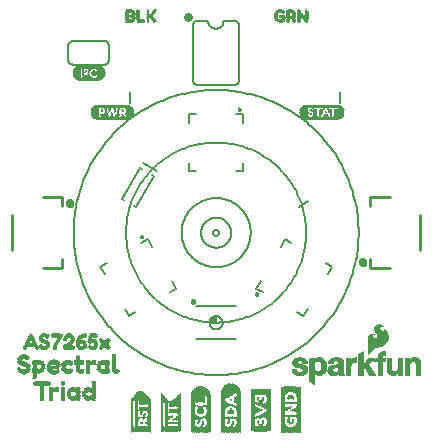
<source format=gto>
G75*
%MOIN*%
%OFA0B0*%
%FSLAX25Y25*%
%IPPOS*%
%LPD*%
%AMOC8*
5,1,8,0,0,1.08239X$1,22.5*
%
%ADD10C,0.00800*%
%ADD11C,0.00600*%
%ADD12C,0.00787*%
%ADD13C,0.00500*%
%ADD14C,0.00010*%
%ADD15C,0.01000*%
%ADD16C,0.01575*%
%ADD17R,0.07205X0.00118*%
%ADD18R,0.07913X0.00118*%
%ADD19R,0.08386X0.00079*%
%ADD20R,0.08858X0.00157*%
%ADD21R,0.09094X0.00118*%
%ADD22R,0.09331X0.00118*%
%ADD23R,0.09567X0.00079*%
%ADD24R,0.03661X0.00118*%
%ADD25R,0.02126X0.00118*%
%ADD26R,0.02953X0.00118*%
%ADD27R,0.02244X0.00157*%
%ADD28R,0.00591X0.00157*%
%ADD29R,0.01535X0.00157*%
%ADD30R,0.02598X0.00157*%
%ADD31R,0.02244X0.00118*%
%ADD32R,0.00472X0.00118*%
%ADD33R,0.01181X0.00118*%
%ADD34R,0.02362X0.00118*%
%ADD35R,0.00945X0.00118*%
%ADD36R,0.00354X0.00118*%
%ADD37R,0.00827X0.00118*%
%ADD38R,0.02480X0.00157*%
%ADD39R,0.00354X0.00157*%
%ADD40R,0.00236X0.00157*%
%ADD41R,0.02480X0.00118*%
%ADD42R,0.02598X0.00118*%
%ADD43R,0.01063X0.00118*%
%ADD44R,0.02835X0.00118*%
%ADD45R,0.00472X0.00157*%
%ADD46R,0.04252X0.00157*%
%ADD47R,0.04370X0.00118*%
%ADD48R,0.00591X0.00118*%
%ADD49R,0.04488X0.00118*%
%ADD50R,0.00709X0.00157*%
%ADD51R,0.04488X0.00157*%
%ADD52R,0.00236X0.00118*%
%ADD53R,0.00118X0.00118*%
%ADD54R,0.00118X0.00157*%
%ADD55R,0.04370X0.00157*%
%ADD56R,0.04252X0.00118*%
%ADD57R,0.02717X0.00118*%
%ADD58R,0.03071X0.00157*%
%ADD59R,0.03425X0.00118*%
%ADD60R,0.09567X0.00118*%
%ADD61R,0.08858X0.00118*%
%ADD62R,0.08386X0.00118*%
%ADD63R,0.10748X0.00118*%
%ADD64R,0.11457X0.00118*%
%ADD65R,0.11929X0.00079*%
%ADD66R,0.12402X0.00157*%
%ADD67R,0.12638X0.00118*%
%ADD68R,0.12874X0.00118*%
%ADD69R,0.13110X0.00079*%
%ADD70R,0.04961X0.00118*%
%ADD71R,0.03071X0.00118*%
%ADD72R,0.05079X0.00118*%
%ADD73R,0.00945X0.00157*%
%ADD74R,0.01181X0.00157*%
%ADD75R,0.02835X0.00157*%
%ADD76R,0.00709X0.00118*%
%ADD77R,0.00827X0.00157*%
%ADD78R,0.01299X0.00118*%
%ADD79R,0.01654X0.00118*%
%ADD80R,0.01063X0.00157*%
%ADD81R,0.02126X0.00157*%
%ADD82R,0.01417X0.00118*%
%ADD83R,0.13110X0.00118*%
%ADD84R,0.12402X0.00118*%
%ADD85R,0.11929X0.00118*%
%ADD86R,0.00197X0.00197*%
%ADD87R,0.01378X0.00197*%
%ADD88R,0.02756X0.00197*%
%ADD89R,0.01181X0.00197*%
%ADD90R,0.00394X0.00197*%
%ADD91R,0.02165X0.00197*%
%ADD92R,0.00984X0.00197*%
%ADD93R,0.02362X0.00197*%
%ADD94R,0.03740X0.00197*%
%ADD95R,0.01969X0.00197*%
%ADD96R,0.01772X0.00197*%
%ADD97R,0.02559X0.00197*%
%ADD98R,0.02953X0.00197*%
%ADD99R,0.03150X0.00197*%
%ADD100R,0.01575X0.00197*%
%ADD101R,0.03346X0.00197*%
%ADD102R,0.03543X0.00197*%
%ADD103R,0.00591X0.00197*%
%ADD104R,0.00787X0.00197*%
%ADD105R,0.01575X0.00236*%
%ADD106R,0.01378X0.00236*%
%ADD107R,0.02559X0.00236*%
%ADD108R,0.01969X0.00236*%
%ADD109R,0.03543X0.00236*%
%ADD110R,0.03150X0.00236*%
%ADD111R,0.02756X0.00236*%
%ADD112R,0.03937X0.00197*%
%ADD113R,0.04134X0.00197*%
%ADD114R,0.04331X0.00197*%
%ADD115R,0.04528X0.00197*%
%ADD116R,0.04724X0.00236*%
%ADD117R,0.03346X0.00236*%
%ADD118R,0.01181X0.00236*%
%ADD119R,0.00984X0.00236*%
%ADD120R,0.04921X0.00197*%
%ADD121R,0.05315X0.00197*%
%ADD122R,0.03937X0.00236*%
%ADD123R,0.02362X0.00236*%
%ADD124R,0.00945X0.00236*%
%ADD125R,0.01654X0.00236*%
%ADD126R,0.01417X0.00236*%
%ADD127R,0.02598X0.00236*%
%ADD128R,0.00709X0.00236*%
%ADD129R,0.03307X0.00236*%
%ADD130R,0.03780X0.00236*%
%ADD131R,0.04016X0.00236*%
%ADD132R,0.01890X0.00236*%
%ADD133R,0.00472X0.00236*%
%ADD134R,0.03071X0.00236*%
%ADD135R,0.02835X0.00236*%
%ADD136R,0.04252X0.00236*%
%ADD137R,0.04488X0.00236*%
%ADD138R,0.02126X0.00236*%
%ADD139R,0.00236X0.00236*%
%ADD140R,0.12165X0.00118*%
%ADD141R,0.12638X0.00079*%
%ADD142R,0.13110X0.00157*%
%ADD143R,0.13346X0.00118*%
%ADD144R,0.13583X0.00118*%
%ADD145R,0.13819X0.00079*%
%ADD146R,0.10630X0.00118*%
%ADD147R,0.02008X0.00118*%
%ADD148R,0.02362X0.00157*%
%ADD149R,0.01535X0.00118*%
%ADD150R,0.03543X0.00118*%
%ADD151R,0.01299X0.00157*%
%ADD152R,0.03543X0.00157*%
%ADD153R,0.01772X0.00118*%
%ADD154R,0.02717X0.00157*%
%ADD155R,0.03189X0.00118*%
%ADD156R,0.03898X0.00157*%
%ADD157R,0.03425X0.00157*%
%ADD158R,0.03307X0.00118*%
%ADD159R,0.01417X0.00157*%
%ADD160R,0.01654X0.00157*%
%ADD161R,0.03189X0.00157*%
%ADD162R,0.13819X0.00118*%
%ADD163R,0.04961X0.00236*%
%ADD164R,0.05906X0.00236*%
%ADD165R,0.05433X0.00236*%
%ADD166R,0.01732X0.00157*%
%ADD167R,0.00157X0.00157*%
%ADD168R,0.00315X0.00157*%
%ADD169R,0.02520X0.00157*%
%ADD170R,0.00787X0.00157*%
%ADD171R,0.01102X0.00157*%
%ADD172R,0.02992X0.00157*%
%ADD173R,0.01260X0.00157*%
%ADD174R,0.03150X0.00157*%
%ADD175R,0.01575X0.00157*%
%ADD176R,0.02205X0.00157*%
%ADD177R,0.02047X0.00157*%
%ADD178R,0.01890X0.00157*%
%ADD179R,0.03307X0.00157*%
%ADD180R,0.02677X0.00157*%
%ADD181R,0.00630X0.00157*%
%ADD182R,0.03465X0.00157*%
%ADD183R,0.00157X0.15276*%
%ADD184R,0.00157X0.03307*%
%ADD185R,0.00157X0.11024*%
%ADD186R,0.00157X0.02992*%
%ADD187R,0.00157X0.01260*%
%ADD188R,0.00157X0.01890*%
%ADD189R,0.00157X0.00630*%
%ADD190R,0.00157X0.02677*%
%ADD191R,0.00157X0.00787*%
%ADD192R,0.00157X0.01575*%
%ADD193R,0.00157X0.00472*%
%ADD194R,0.00157X0.02520*%
%ADD195R,0.00157X0.01417*%
%ADD196R,0.00157X0.02205*%
%ADD197R,0.00157X0.02362*%
%ADD198R,0.00157X0.02047*%
%ADD199R,0.00157X0.01102*%
%ADD200R,0.00157X0.00945*%
%ADD201R,0.00157X0.02835*%
%ADD202R,0.00157X0.01732*%
%ADD203R,0.00157X0.00315*%
%ADD204R,0.00157X0.03150*%
%ADD205R,0.00157X0.14331*%
%ADD206R,0.00157X0.07087*%
%ADD207R,0.00157X0.03465*%
%ADD208R,0.00157X0.13858*%
%ADD209R,0.00157X0.14646*%
%ADD210R,0.00157X0.14961*%
%ADD211R,0.00157X0.15118*%
%ADD212R,0.00157X0.15433*%
%ADD213R,0.00157X0.11969*%
%ADD214R,0.00157X0.04567*%
%ADD215R,0.00157X0.04409*%
%ADD216R,0.00157X0.04252*%
%ADD217R,0.00157X0.04094*%
%ADD218R,0.00157X0.03937*%
%ADD219R,0.00157X0.03780*%
%ADD220R,0.00157X0.12913*%
%ADD221R,0.00157X0.13386*%
%ADD222R,0.00157X0.13701*%
%ADD223R,0.00157X0.14016*%
%ADD224R,0.00157X0.14173*%
%ADD225R,0.00157X0.14488*%
%ADD226R,0.00157X0.04882*%
%ADD227R,0.00157X0.05039*%
%ADD228R,0.00157X0.05197*%
%ADD229R,0.00157X0.03622*%
%ADD230R,0.00157X0.12756*%
%ADD231R,0.00157X0.12598*%
%ADD232R,0.00157X0.12441*%
%ADD233R,0.00157X0.12283*%
%ADD234R,0.00157X0.11181*%
%ADD235R,0.00157X0.10866*%
%ADD236R,0.00157X0.10709*%
%ADD237R,0.00157X0.12126*%
%ADD238R,0.00157X0.11496*%
%ADD239R,0.00157X0.11654*%
%ADD240R,0.00157X0.13071*%
%ADD241R,0.00157X0.13228*%
%ADD242R,0.00157X0.11811*%
%ADD243C,0.00300*%
%ADD244C,0.01200*%
D10*
X0191640Y0164488D02*
X0205026Y0164488D01*
X0205026Y0175512D02*
X0191640Y0175512D01*
X0150830Y0200000D02*
X0150844Y0201166D01*
X0150887Y0202331D01*
X0150959Y0203495D01*
X0151059Y0204656D01*
X0151187Y0205815D01*
X0151344Y0206970D01*
X0151529Y0208121D01*
X0151743Y0209267D01*
X0151984Y0210408D01*
X0152254Y0211542D01*
X0152551Y0212670D01*
X0152875Y0213789D01*
X0153228Y0214901D01*
X0153607Y0216003D01*
X0154013Y0217096D01*
X0154446Y0218179D01*
X0154905Y0219250D01*
X0155391Y0220310D01*
X0155902Y0221358D01*
X0156439Y0222393D01*
X0157001Y0223414D01*
X0157588Y0224421D01*
X0158200Y0225414D01*
X0158836Y0226391D01*
X0159495Y0227353D01*
X0160178Y0228298D01*
X0160884Y0229225D01*
X0161613Y0230136D01*
X0162363Y0231028D01*
X0163136Y0231901D01*
X0163929Y0232755D01*
X0164743Y0233590D01*
X0165578Y0234404D01*
X0166432Y0235197D01*
X0167305Y0235970D01*
X0168197Y0236720D01*
X0169108Y0237449D01*
X0170035Y0238155D01*
X0170980Y0238838D01*
X0171942Y0239497D01*
X0172919Y0240133D01*
X0173912Y0240745D01*
X0174919Y0241332D01*
X0175940Y0241894D01*
X0176975Y0242431D01*
X0178023Y0242942D01*
X0179083Y0243428D01*
X0180154Y0243887D01*
X0181237Y0244320D01*
X0182330Y0244726D01*
X0183432Y0245105D01*
X0184544Y0245458D01*
X0185663Y0245782D01*
X0186791Y0246079D01*
X0187925Y0246349D01*
X0189066Y0246590D01*
X0190212Y0246804D01*
X0191363Y0246989D01*
X0192518Y0247146D01*
X0193677Y0247274D01*
X0194838Y0247374D01*
X0196002Y0247446D01*
X0197167Y0247489D01*
X0198333Y0247503D01*
X0199499Y0247489D01*
X0200664Y0247446D01*
X0201828Y0247374D01*
X0202989Y0247274D01*
X0204148Y0247146D01*
X0205303Y0246989D01*
X0206454Y0246804D01*
X0207600Y0246590D01*
X0208741Y0246349D01*
X0209875Y0246079D01*
X0211003Y0245782D01*
X0212122Y0245458D01*
X0213234Y0245105D01*
X0214336Y0244726D01*
X0215429Y0244320D01*
X0216512Y0243887D01*
X0217583Y0243428D01*
X0218643Y0242942D01*
X0219691Y0242431D01*
X0220726Y0241894D01*
X0221747Y0241332D01*
X0222754Y0240745D01*
X0223747Y0240133D01*
X0224724Y0239497D01*
X0225686Y0238838D01*
X0226631Y0238155D01*
X0227558Y0237449D01*
X0228469Y0236720D01*
X0229361Y0235970D01*
X0230234Y0235197D01*
X0231088Y0234404D01*
X0231923Y0233590D01*
X0232737Y0232755D01*
X0233530Y0231901D01*
X0234303Y0231028D01*
X0235053Y0230136D01*
X0235782Y0229225D01*
X0236488Y0228298D01*
X0237171Y0227353D01*
X0237830Y0226391D01*
X0238466Y0225414D01*
X0239078Y0224421D01*
X0239665Y0223414D01*
X0240227Y0222393D01*
X0240764Y0221358D01*
X0241275Y0220310D01*
X0241761Y0219250D01*
X0242220Y0218179D01*
X0242653Y0217096D01*
X0243059Y0216003D01*
X0243438Y0214901D01*
X0243791Y0213789D01*
X0244115Y0212670D01*
X0244412Y0211542D01*
X0244682Y0210408D01*
X0244923Y0209267D01*
X0245137Y0208121D01*
X0245322Y0206970D01*
X0245479Y0205815D01*
X0245607Y0204656D01*
X0245707Y0203495D01*
X0245779Y0202331D01*
X0245822Y0201166D01*
X0245836Y0200000D01*
X0245822Y0198834D01*
X0245779Y0197669D01*
X0245707Y0196505D01*
X0245607Y0195344D01*
X0245479Y0194185D01*
X0245322Y0193030D01*
X0245137Y0191879D01*
X0244923Y0190733D01*
X0244682Y0189592D01*
X0244412Y0188458D01*
X0244115Y0187330D01*
X0243791Y0186211D01*
X0243438Y0185099D01*
X0243059Y0183997D01*
X0242653Y0182904D01*
X0242220Y0181821D01*
X0241761Y0180750D01*
X0241275Y0179690D01*
X0240764Y0178642D01*
X0240227Y0177607D01*
X0239665Y0176586D01*
X0239078Y0175579D01*
X0238466Y0174586D01*
X0237830Y0173609D01*
X0237171Y0172647D01*
X0236488Y0171702D01*
X0235782Y0170775D01*
X0235053Y0169864D01*
X0234303Y0168972D01*
X0233530Y0168099D01*
X0232737Y0167245D01*
X0231923Y0166410D01*
X0231088Y0165596D01*
X0230234Y0164803D01*
X0229361Y0164030D01*
X0228469Y0163280D01*
X0227558Y0162551D01*
X0226631Y0161845D01*
X0225686Y0161162D01*
X0224724Y0160503D01*
X0223747Y0159867D01*
X0222754Y0159255D01*
X0221747Y0158668D01*
X0220726Y0158106D01*
X0219691Y0157569D01*
X0218643Y0157058D01*
X0217583Y0156572D01*
X0216512Y0156113D01*
X0215429Y0155680D01*
X0214336Y0155274D01*
X0213234Y0154895D01*
X0212122Y0154542D01*
X0211003Y0154218D01*
X0209875Y0153921D01*
X0208741Y0153651D01*
X0207600Y0153410D01*
X0206454Y0153196D01*
X0205303Y0153011D01*
X0204148Y0152854D01*
X0202989Y0152726D01*
X0201828Y0152626D01*
X0200664Y0152554D01*
X0199499Y0152511D01*
X0198333Y0152497D01*
X0197167Y0152511D01*
X0196002Y0152554D01*
X0194838Y0152626D01*
X0193677Y0152726D01*
X0192518Y0152854D01*
X0191363Y0153011D01*
X0190212Y0153196D01*
X0189066Y0153410D01*
X0187925Y0153651D01*
X0186791Y0153921D01*
X0185663Y0154218D01*
X0184544Y0154542D01*
X0183432Y0154895D01*
X0182330Y0155274D01*
X0181237Y0155680D01*
X0180154Y0156113D01*
X0179083Y0156572D01*
X0178023Y0157058D01*
X0176975Y0157569D01*
X0175940Y0158106D01*
X0174919Y0158668D01*
X0173912Y0159255D01*
X0172919Y0159867D01*
X0171942Y0160503D01*
X0170980Y0161162D01*
X0170035Y0161845D01*
X0169108Y0162551D01*
X0168197Y0163280D01*
X0167305Y0164030D01*
X0166432Y0164803D01*
X0165578Y0165596D01*
X0164743Y0166410D01*
X0163929Y0167245D01*
X0163136Y0168099D01*
X0162363Y0168972D01*
X0161613Y0169864D01*
X0160884Y0170775D01*
X0160178Y0171702D01*
X0159495Y0172647D01*
X0158836Y0173609D01*
X0158200Y0174586D01*
X0157588Y0175579D01*
X0157001Y0176586D01*
X0156439Y0177607D01*
X0155902Y0178642D01*
X0155391Y0179690D01*
X0154905Y0180750D01*
X0154446Y0181821D01*
X0154013Y0182904D01*
X0153607Y0183997D01*
X0153228Y0185099D01*
X0152875Y0186211D01*
X0152551Y0187330D01*
X0152254Y0188458D01*
X0151984Y0189592D01*
X0151743Y0190733D01*
X0151529Y0191879D01*
X0151344Y0193030D01*
X0151187Y0194185D01*
X0151059Y0195344D01*
X0150959Y0196505D01*
X0150887Y0197669D01*
X0150844Y0198834D01*
X0150830Y0200000D01*
X0167014Y0211263D02*
X0167696Y0210870D01*
X0167014Y0211263D02*
X0172920Y0221492D01*
X0173601Y0221098D01*
X0174001Y0223227D02*
X0178655Y0220540D01*
X0177693Y0218736D02*
X0171787Y0208508D01*
X0171105Y0208901D01*
X0177011Y0219130D02*
X0177693Y0218736D01*
X0186833Y0200000D02*
X0186836Y0200282D01*
X0186847Y0200564D01*
X0186864Y0200846D01*
X0186888Y0201127D01*
X0186919Y0201408D01*
X0186957Y0201687D01*
X0187002Y0201966D01*
X0187054Y0202244D01*
X0187112Y0202520D01*
X0187178Y0202794D01*
X0187250Y0203067D01*
X0187328Y0203338D01*
X0187413Y0203607D01*
X0187505Y0203874D01*
X0187604Y0204139D01*
X0187708Y0204401D01*
X0187820Y0204660D01*
X0187937Y0204917D01*
X0188061Y0205171D01*
X0188191Y0205421D01*
X0188327Y0205668D01*
X0188469Y0205912D01*
X0188617Y0206152D01*
X0188771Y0206389D01*
X0188931Y0206622D01*
X0189096Y0206851D01*
X0189267Y0207075D01*
X0189443Y0207296D01*
X0189625Y0207511D01*
X0189812Y0207723D01*
X0190004Y0207930D01*
X0190201Y0208132D01*
X0190403Y0208329D01*
X0190610Y0208521D01*
X0190822Y0208708D01*
X0191037Y0208890D01*
X0191258Y0209066D01*
X0191482Y0209237D01*
X0191711Y0209402D01*
X0191944Y0209562D01*
X0192181Y0209716D01*
X0192421Y0209864D01*
X0192665Y0210006D01*
X0192912Y0210142D01*
X0193162Y0210272D01*
X0193416Y0210396D01*
X0193673Y0210513D01*
X0193932Y0210625D01*
X0194194Y0210729D01*
X0194459Y0210828D01*
X0194726Y0210920D01*
X0194995Y0211005D01*
X0195266Y0211083D01*
X0195539Y0211155D01*
X0195813Y0211221D01*
X0196089Y0211279D01*
X0196367Y0211331D01*
X0196646Y0211376D01*
X0196925Y0211414D01*
X0197206Y0211445D01*
X0197487Y0211469D01*
X0197769Y0211486D01*
X0198051Y0211497D01*
X0198333Y0211500D01*
X0198615Y0211497D01*
X0198897Y0211486D01*
X0199179Y0211469D01*
X0199460Y0211445D01*
X0199741Y0211414D01*
X0200020Y0211376D01*
X0200299Y0211331D01*
X0200577Y0211279D01*
X0200853Y0211221D01*
X0201127Y0211155D01*
X0201400Y0211083D01*
X0201671Y0211005D01*
X0201940Y0210920D01*
X0202207Y0210828D01*
X0202472Y0210729D01*
X0202734Y0210625D01*
X0202993Y0210513D01*
X0203250Y0210396D01*
X0203504Y0210272D01*
X0203754Y0210142D01*
X0204001Y0210006D01*
X0204245Y0209864D01*
X0204485Y0209716D01*
X0204722Y0209562D01*
X0204955Y0209402D01*
X0205184Y0209237D01*
X0205408Y0209066D01*
X0205629Y0208890D01*
X0205844Y0208708D01*
X0206056Y0208521D01*
X0206263Y0208329D01*
X0206465Y0208132D01*
X0206662Y0207930D01*
X0206854Y0207723D01*
X0207041Y0207511D01*
X0207223Y0207296D01*
X0207399Y0207075D01*
X0207570Y0206851D01*
X0207735Y0206622D01*
X0207895Y0206389D01*
X0208049Y0206152D01*
X0208197Y0205912D01*
X0208339Y0205668D01*
X0208475Y0205421D01*
X0208605Y0205171D01*
X0208729Y0204917D01*
X0208846Y0204660D01*
X0208958Y0204401D01*
X0209062Y0204139D01*
X0209161Y0203874D01*
X0209253Y0203607D01*
X0209338Y0203338D01*
X0209416Y0203067D01*
X0209488Y0202794D01*
X0209554Y0202520D01*
X0209612Y0202244D01*
X0209664Y0201966D01*
X0209709Y0201687D01*
X0209747Y0201408D01*
X0209778Y0201127D01*
X0209802Y0200846D01*
X0209819Y0200564D01*
X0209830Y0200282D01*
X0209833Y0200000D01*
X0209830Y0199718D01*
X0209819Y0199436D01*
X0209802Y0199154D01*
X0209778Y0198873D01*
X0209747Y0198592D01*
X0209709Y0198313D01*
X0209664Y0198034D01*
X0209612Y0197756D01*
X0209554Y0197480D01*
X0209488Y0197206D01*
X0209416Y0196933D01*
X0209338Y0196662D01*
X0209253Y0196393D01*
X0209161Y0196126D01*
X0209062Y0195861D01*
X0208958Y0195599D01*
X0208846Y0195340D01*
X0208729Y0195083D01*
X0208605Y0194829D01*
X0208475Y0194579D01*
X0208339Y0194332D01*
X0208197Y0194088D01*
X0208049Y0193848D01*
X0207895Y0193611D01*
X0207735Y0193378D01*
X0207570Y0193149D01*
X0207399Y0192925D01*
X0207223Y0192704D01*
X0207041Y0192489D01*
X0206854Y0192277D01*
X0206662Y0192070D01*
X0206465Y0191868D01*
X0206263Y0191671D01*
X0206056Y0191479D01*
X0205844Y0191292D01*
X0205629Y0191110D01*
X0205408Y0190934D01*
X0205184Y0190763D01*
X0204955Y0190598D01*
X0204722Y0190438D01*
X0204485Y0190284D01*
X0204245Y0190136D01*
X0204001Y0189994D01*
X0203754Y0189858D01*
X0203504Y0189728D01*
X0203250Y0189604D01*
X0202993Y0189487D01*
X0202734Y0189375D01*
X0202472Y0189271D01*
X0202207Y0189172D01*
X0201940Y0189080D01*
X0201671Y0188995D01*
X0201400Y0188917D01*
X0201127Y0188845D01*
X0200853Y0188779D01*
X0200577Y0188721D01*
X0200299Y0188669D01*
X0200020Y0188624D01*
X0199741Y0188586D01*
X0199460Y0188555D01*
X0199179Y0188531D01*
X0198897Y0188514D01*
X0198615Y0188503D01*
X0198333Y0188500D01*
X0198051Y0188503D01*
X0197769Y0188514D01*
X0197487Y0188531D01*
X0197206Y0188555D01*
X0196925Y0188586D01*
X0196646Y0188624D01*
X0196367Y0188669D01*
X0196089Y0188721D01*
X0195813Y0188779D01*
X0195539Y0188845D01*
X0195266Y0188917D01*
X0194995Y0188995D01*
X0194726Y0189080D01*
X0194459Y0189172D01*
X0194194Y0189271D01*
X0193932Y0189375D01*
X0193673Y0189487D01*
X0193416Y0189604D01*
X0193162Y0189728D01*
X0192912Y0189858D01*
X0192665Y0189994D01*
X0192421Y0190136D01*
X0192181Y0190284D01*
X0191944Y0190438D01*
X0191711Y0190598D01*
X0191482Y0190763D01*
X0191258Y0190934D01*
X0191037Y0191110D01*
X0190822Y0191292D01*
X0190610Y0191479D01*
X0190403Y0191671D01*
X0190201Y0191868D01*
X0190004Y0192070D01*
X0189812Y0192277D01*
X0189625Y0192489D01*
X0189443Y0192704D01*
X0189267Y0192925D01*
X0189096Y0193149D01*
X0188931Y0193378D01*
X0188771Y0193611D01*
X0188617Y0193848D01*
X0188469Y0194088D01*
X0188327Y0194332D01*
X0188191Y0194579D01*
X0188061Y0194829D01*
X0187937Y0195083D01*
X0187820Y0195340D01*
X0187708Y0195599D01*
X0187604Y0195861D01*
X0187505Y0196126D01*
X0187413Y0196393D01*
X0187328Y0196662D01*
X0187250Y0196933D01*
X0187178Y0197206D01*
X0187112Y0197480D01*
X0187054Y0197756D01*
X0187002Y0198034D01*
X0186957Y0198313D01*
X0186919Y0198592D01*
X0186888Y0198873D01*
X0186864Y0199154D01*
X0186847Y0199436D01*
X0186836Y0199718D01*
X0186833Y0200000D01*
X0168333Y0200000D02*
X0168342Y0200736D01*
X0168369Y0201472D01*
X0168414Y0202207D01*
X0168477Y0202941D01*
X0168559Y0203672D01*
X0168658Y0204402D01*
X0168775Y0205129D01*
X0168909Y0205853D01*
X0169062Y0206573D01*
X0169232Y0207289D01*
X0169420Y0208001D01*
X0169625Y0208709D01*
X0169847Y0209410D01*
X0170087Y0210107D01*
X0170343Y0210797D01*
X0170617Y0211481D01*
X0170907Y0212157D01*
X0171213Y0212827D01*
X0171536Y0213488D01*
X0171875Y0214142D01*
X0172230Y0214787D01*
X0172601Y0215423D01*
X0172987Y0216050D01*
X0173389Y0216667D01*
X0173805Y0217274D01*
X0174237Y0217871D01*
X0174683Y0218457D01*
X0175143Y0219032D01*
X0175617Y0219595D01*
X0176104Y0220147D01*
X0176606Y0220686D01*
X0177120Y0221213D01*
X0177647Y0221727D01*
X0178186Y0222229D01*
X0178738Y0222716D01*
X0179301Y0223190D01*
X0179876Y0223650D01*
X0180462Y0224096D01*
X0181059Y0224528D01*
X0181666Y0224944D01*
X0182283Y0225346D01*
X0182910Y0225732D01*
X0183546Y0226103D01*
X0184191Y0226458D01*
X0184845Y0226797D01*
X0185506Y0227120D01*
X0186176Y0227426D01*
X0186852Y0227716D01*
X0187536Y0227990D01*
X0188226Y0228246D01*
X0188923Y0228486D01*
X0189624Y0228708D01*
X0190332Y0228913D01*
X0191044Y0229101D01*
X0191760Y0229271D01*
X0192480Y0229424D01*
X0193204Y0229558D01*
X0193931Y0229675D01*
X0194661Y0229774D01*
X0195392Y0229856D01*
X0196126Y0229919D01*
X0196861Y0229964D01*
X0197597Y0229991D01*
X0198333Y0230000D01*
X0199069Y0229991D01*
X0199805Y0229964D01*
X0200540Y0229919D01*
X0201274Y0229856D01*
X0202005Y0229774D01*
X0202735Y0229675D01*
X0203462Y0229558D01*
X0204186Y0229424D01*
X0204906Y0229271D01*
X0205622Y0229101D01*
X0206334Y0228913D01*
X0207042Y0228708D01*
X0207743Y0228486D01*
X0208440Y0228246D01*
X0209130Y0227990D01*
X0209814Y0227716D01*
X0210490Y0227426D01*
X0211160Y0227120D01*
X0211821Y0226797D01*
X0212475Y0226458D01*
X0213120Y0226103D01*
X0213756Y0225732D01*
X0214383Y0225346D01*
X0215000Y0224944D01*
X0215607Y0224528D01*
X0216204Y0224096D01*
X0216790Y0223650D01*
X0217365Y0223190D01*
X0217928Y0222716D01*
X0218480Y0222229D01*
X0219019Y0221727D01*
X0219546Y0221213D01*
X0220060Y0220686D01*
X0220562Y0220147D01*
X0221049Y0219595D01*
X0221523Y0219032D01*
X0221983Y0218457D01*
X0222429Y0217871D01*
X0222861Y0217274D01*
X0223277Y0216667D01*
X0223679Y0216050D01*
X0224065Y0215423D01*
X0224436Y0214787D01*
X0224791Y0214142D01*
X0225130Y0213488D01*
X0225453Y0212827D01*
X0225759Y0212157D01*
X0226049Y0211481D01*
X0226323Y0210797D01*
X0226579Y0210107D01*
X0226819Y0209410D01*
X0227041Y0208709D01*
X0227246Y0208001D01*
X0227434Y0207289D01*
X0227604Y0206573D01*
X0227757Y0205853D01*
X0227891Y0205129D01*
X0228008Y0204402D01*
X0228107Y0203672D01*
X0228189Y0202941D01*
X0228252Y0202207D01*
X0228297Y0201472D01*
X0228324Y0200736D01*
X0228333Y0200000D01*
X0228324Y0199264D01*
X0228297Y0198528D01*
X0228252Y0197793D01*
X0228189Y0197059D01*
X0228107Y0196328D01*
X0228008Y0195598D01*
X0227891Y0194871D01*
X0227757Y0194147D01*
X0227604Y0193427D01*
X0227434Y0192711D01*
X0227246Y0191999D01*
X0227041Y0191291D01*
X0226819Y0190590D01*
X0226579Y0189893D01*
X0226323Y0189203D01*
X0226049Y0188519D01*
X0225759Y0187843D01*
X0225453Y0187173D01*
X0225130Y0186512D01*
X0224791Y0185858D01*
X0224436Y0185213D01*
X0224065Y0184577D01*
X0223679Y0183950D01*
X0223277Y0183333D01*
X0222861Y0182726D01*
X0222429Y0182129D01*
X0221983Y0181543D01*
X0221523Y0180968D01*
X0221049Y0180405D01*
X0220562Y0179853D01*
X0220060Y0179314D01*
X0219546Y0178787D01*
X0219019Y0178273D01*
X0218480Y0177771D01*
X0217928Y0177284D01*
X0217365Y0176810D01*
X0216790Y0176350D01*
X0216204Y0175904D01*
X0215607Y0175472D01*
X0215000Y0175056D01*
X0214383Y0174654D01*
X0213756Y0174268D01*
X0213120Y0173897D01*
X0212475Y0173542D01*
X0211821Y0173203D01*
X0211160Y0172880D01*
X0210490Y0172574D01*
X0209814Y0172284D01*
X0209130Y0172010D01*
X0208440Y0171754D01*
X0207743Y0171514D01*
X0207042Y0171292D01*
X0206334Y0171087D01*
X0205622Y0170899D01*
X0204906Y0170729D01*
X0204186Y0170576D01*
X0203462Y0170442D01*
X0202735Y0170325D01*
X0202005Y0170226D01*
X0201274Y0170144D01*
X0200540Y0170081D01*
X0199805Y0170036D01*
X0199069Y0170009D01*
X0198333Y0170000D01*
X0197597Y0170009D01*
X0196861Y0170036D01*
X0196126Y0170081D01*
X0195392Y0170144D01*
X0194661Y0170226D01*
X0193931Y0170325D01*
X0193204Y0170442D01*
X0192480Y0170576D01*
X0191760Y0170729D01*
X0191044Y0170899D01*
X0190332Y0171087D01*
X0189624Y0171292D01*
X0188923Y0171514D01*
X0188226Y0171754D01*
X0187536Y0172010D01*
X0186852Y0172284D01*
X0186176Y0172574D01*
X0185506Y0172880D01*
X0184845Y0173203D01*
X0184191Y0173542D01*
X0183546Y0173897D01*
X0182910Y0174268D01*
X0182283Y0174654D01*
X0181666Y0175056D01*
X0181059Y0175472D01*
X0180462Y0175904D01*
X0179876Y0176350D01*
X0179301Y0176810D01*
X0178738Y0177284D01*
X0178186Y0177771D01*
X0177647Y0178273D01*
X0177120Y0178787D01*
X0176606Y0179314D01*
X0176104Y0179853D01*
X0175617Y0180405D01*
X0175143Y0180968D01*
X0174683Y0181543D01*
X0174237Y0182129D01*
X0173805Y0182726D01*
X0173389Y0183333D01*
X0172987Y0183950D01*
X0172601Y0184577D01*
X0172230Y0185213D01*
X0171875Y0185858D01*
X0171536Y0186512D01*
X0171213Y0187173D01*
X0170907Y0187843D01*
X0170617Y0188519D01*
X0170343Y0189203D01*
X0170087Y0189893D01*
X0169847Y0190590D01*
X0169625Y0191291D01*
X0169420Y0191999D01*
X0169232Y0192711D01*
X0169062Y0193427D01*
X0168909Y0194147D01*
X0168775Y0194871D01*
X0168658Y0195598D01*
X0168559Y0196328D01*
X0168477Y0197059D01*
X0168414Y0197793D01*
X0168369Y0198528D01*
X0168342Y0199264D01*
X0168333Y0200000D01*
X0197333Y0200000D02*
X0197335Y0200063D01*
X0197341Y0200125D01*
X0197351Y0200187D01*
X0197364Y0200249D01*
X0197382Y0200309D01*
X0197403Y0200368D01*
X0197428Y0200426D01*
X0197457Y0200482D01*
X0197489Y0200536D01*
X0197524Y0200588D01*
X0197562Y0200637D01*
X0197604Y0200685D01*
X0197648Y0200729D01*
X0197696Y0200771D01*
X0197745Y0200809D01*
X0197797Y0200844D01*
X0197851Y0200876D01*
X0197907Y0200905D01*
X0197965Y0200930D01*
X0198024Y0200951D01*
X0198084Y0200969D01*
X0198146Y0200982D01*
X0198208Y0200992D01*
X0198270Y0200998D01*
X0198333Y0201000D01*
X0198396Y0200998D01*
X0198458Y0200992D01*
X0198520Y0200982D01*
X0198582Y0200969D01*
X0198642Y0200951D01*
X0198701Y0200930D01*
X0198759Y0200905D01*
X0198815Y0200876D01*
X0198869Y0200844D01*
X0198921Y0200809D01*
X0198970Y0200771D01*
X0199018Y0200729D01*
X0199062Y0200685D01*
X0199104Y0200637D01*
X0199142Y0200588D01*
X0199177Y0200536D01*
X0199209Y0200482D01*
X0199238Y0200426D01*
X0199263Y0200368D01*
X0199284Y0200309D01*
X0199302Y0200249D01*
X0199315Y0200187D01*
X0199325Y0200125D01*
X0199331Y0200063D01*
X0199333Y0200000D01*
X0199331Y0199937D01*
X0199325Y0199875D01*
X0199315Y0199813D01*
X0199302Y0199751D01*
X0199284Y0199691D01*
X0199263Y0199632D01*
X0199238Y0199574D01*
X0199209Y0199518D01*
X0199177Y0199464D01*
X0199142Y0199412D01*
X0199104Y0199363D01*
X0199062Y0199315D01*
X0199018Y0199271D01*
X0198970Y0199229D01*
X0198921Y0199191D01*
X0198869Y0199156D01*
X0198815Y0199124D01*
X0198759Y0199095D01*
X0198701Y0199070D01*
X0198642Y0199049D01*
X0198582Y0199031D01*
X0198520Y0199018D01*
X0198458Y0199008D01*
X0198396Y0199002D01*
X0198333Y0199000D01*
X0198270Y0199002D01*
X0198208Y0199008D01*
X0198146Y0199018D01*
X0198084Y0199031D01*
X0198024Y0199049D01*
X0197965Y0199070D01*
X0197907Y0199095D01*
X0197851Y0199124D01*
X0197797Y0199156D01*
X0197745Y0199191D01*
X0197696Y0199229D01*
X0197648Y0199271D01*
X0197604Y0199315D01*
X0197562Y0199363D01*
X0197524Y0199412D01*
X0197489Y0199464D01*
X0197457Y0199518D01*
X0197428Y0199574D01*
X0197403Y0199632D01*
X0197382Y0199691D01*
X0197364Y0199751D01*
X0197351Y0199813D01*
X0197341Y0199875D01*
X0197335Y0199937D01*
X0197333Y0200000D01*
X0193333Y0200000D02*
X0193335Y0200141D01*
X0193341Y0200282D01*
X0193351Y0200422D01*
X0193365Y0200562D01*
X0193383Y0200702D01*
X0193404Y0200841D01*
X0193430Y0200980D01*
X0193459Y0201118D01*
X0193493Y0201254D01*
X0193530Y0201390D01*
X0193571Y0201525D01*
X0193616Y0201659D01*
X0193665Y0201791D01*
X0193717Y0201922D01*
X0193773Y0202051D01*
X0193833Y0202178D01*
X0193896Y0202304D01*
X0193962Y0202428D01*
X0194033Y0202551D01*
X0194106Y0202671D01*
X0194183Y0202789D01*
X0194263Y0202905D01*
X0194347Y0203018D01*
X0194433Y0203129D01*
X0194523Y0203238D01*
X0194616Y0203344D01*
X0194711Y0203447D01*
X0194810Y0203548D01*
X0194911Y0203646D01*
X0195015Y0203741D01*
X0195122Y0203833D01*
X0195231Y0203922D01*
X0195343Y0204007D01*
X0195457Y0204090D01*
X0195573Y0204170D01*
X0195692Y0204246D01*
X0195813Y0204318D01*
X0195935Y0204388D01*
X0196060Y0204453D01*
X0196186Y0204516D01*
X0196314Y0204574D01*
X0196444Y0204629D01*
X0196575Y0204681D01*
X0196708Y0204728D01*
X0196842Y0204772D01*
X0196977Y0204813D01*
X0197113Y0204849D01*
X0197250Y0204881D01*
X0197388Y0204910D01*
X0197526Y0204935D01*
X0197666Y0204955D01*
X0197806Y0204972D01*
X0197946Y0204985D01*
X0198087Y0204994D01*
X0198227Y0204999D01*
X0198368Y0205000D01*
X0198509Y0204997D01*
X0198650Y0204990D01*
X0198790Y0204979D01*
X0198930Y0204964D01*
X0199070Y0204945D01*
X0199209Y0204923D01*
X0199347Y0204896D01*
X0199485Y0204866D01*
X0199621Y0204831D01*
X0199757Y0204793D01*
X0199891Y0204751D01*
X0200025Y0204705D01*
X0200157Y0204656D01*
X0200287Y0204602D01*
X0200416Y0204545D01*
X0200543Y0204485D01*
X0200669Y0204421D01*
X0200792Y0204353D01*
X0200914Y0204282D01*
X0201034Y0204208D01*
X0201151Y0204130D01*
X0201266Y0204049D01*
X0201379Y0203965D01*
X0201490Y0203878D01*
X0201598Y0203787D01*
X0201703Y0203694D01*
X0201806Y0203597D01*
X0201906Y0203498D01*
X0202003Y0203396D01*
X0202097Y0203291D01*
X0202188Y0203184D01*
X0202276Y0203074D01*
X0202361Y0202962D01*
X0202443Y0202847D01*
X0202522Y0202730D01*
X0202597Y0202611D01*
X0202669Y0202490D01*
X0202737Y0202367D01*
X0202802Y0202242D01*
X0202864Y0202115D01*
X0202921Y0201986D01*
X0202976Y0201856D01*
X0203026Y0201725D01*
X0203073Y0201592D01*
X0203116Y0201458D01*
X0203155Y0201322D01*
X0203190Y0201186D01*
X0203222Y0201049D01*
X0203249Y0200911D01*
X0203273Y0200772D01*
X0203293Y0200632D01*
X0203309Y0200492D01*
X0203321Y0200352D01*
X0203329Y0200211D01*
X0203333Y0200070D01*
X0203333Y0199930D01*
X0203329Y0199789D01*
X0203321Y0199648D01*
X0203309Y0199508D01*
X0203293Y0199368D01*
X0203273Y0199228D01*
X0203249Y0199089D01*
X0203222Y0198951D01*
X0203190Y0198814D01*
X0203155Y0198678D01*
X0203116Y0198542D01*
X0203073Y0198408D01*
X0203026Y0198275D01*
X0202976Y0198144D01*
X0202921Y0198014D01*
X0202864Y0197885D01*
X0202802Y0197758D01*
X0202737Y0197633D01*
X0202669Y0197510D01*
X0202597Y0197389D01*
X0202522Y0197270D01*
X0202443Y0197153D01*
X0202361Y0197038D01*
X0202276Y0196926D01*
X0202188Y0196816D01*
X0202097Y0196709D01*
X0202003Y0196604D01*
X0201906Y0196502D01*
X0201806Y0196403D01*
X0201703Y0196306D01*
X0201598Y0196213D01*
X0201490Y0196122D01*
X0201379Y0196035D01*
X0201266Y0195951D01*
X0201151Y0195870D01*
X0201034Y0195792D01*
X0200914Y0195718D01*
X0200792Y0195647D01*
X0200669Y0195579D01*
X0200543Y0195515D01*
X0200416Y0195455D01*
X0200287Y0195398D01*
X0200157Y0195344D01*
X0200025Y0195295D01*
X0199891Y0195249D01*
X0199757Y0195207D01*
X0199621Y0195169D01*
X0199485Y0195134D01*
X0199347Y0195104D01*
X0199209Y0195077D01*
X0199070Y0195055D01*
X0198930Y0195036D01*
X0198790Y0195021D01*
X0198650Y0195010D01*
X0198509Y0195003D01*
X0198368Y0195000D01*
X0198227Y0195001D01*
X0198087Y0195006D01*
X0197946Y0195015D01*
X0197806Y0195028D01*
X0197666Y0195045D01*
X0197526Y0195065D01*
X0197388Y0195090D01*
X0197250Y0195119D01*
X0197113Y0195151D01*
X0196977Y0195187D01*
X0196842Y0195228D01*
X0196708Y0195272D01*
X0196575Y0195319D01*
X0196444Y0195371D01*
X0196314Y0195426D01*
X0196186Y0195484D01*
X0196060Y0195547D01*
X0195935Y0195612D01*
X0195813Y0195682D01*
X0195692Y0195754D01*
X0195573Y0195830D01*
X0195457Y0195910D01*
X0195343Y0195993D01*
X0195231Y0196078D01*
X0195122Y0196167D01*
X0195015Y0196259D01*
X0194911Y0196354D01*
X0194810Y0196452D01*
X0194711Y0196553D01*
X0194616Y0196656D01*
X0194523Y0196762D01*
X0194433Y0196871D01*
X0194347Y0196982D01*
X0194263Y0197095D01*
X0194183Y0197211D01*
X0194106Y0197329D01*
X0194033Y0197449D01*
X0193962Y0197572D01*
X0193896Y0197696D01*
X0193833Y0197822D01*
X0193773Y0197949D01*
X0193717Y0198078D01*
X0193665Y0198209D01*
X0193616Y0198341D01*
X0193571Y0198475D01*
X0193530Y0198610D01*
X0193493Y0198746D01*
X0193459Y0198882D01*
X0193430Y0199020D01*
X0193404Y0199159D01*
X0193383Y0199298D01*
X0193365Y0199438D01*
X0193351Y0199578D01*
X0193341Y0199718D01*
X0193335Y0199859D01*
X0193333Y0200000D01*
X0192171Y0249300D02*
X0204496Y0249300D01*
X0204496Y0249299D02*
X0204572Y0249301D01*
X0204647Y0249307D01*
X0204723Y0249316D01*
X0204798Y0249330D01*
X0204872Y0249347D01*
X0204945Y0249368D01*
X0205017Y0249392D01*
X0205087Y0249420D01*
X0205156Y0249452D01*
X0205224Y0249487D01*
X0205289Y0249526D01*
X0205353Y0249568D01*
X0205414Y0249613D01*
X0205473Y0249661D01*
X0205529Y0249712D01*
X0205583Y0249766D01*
X0205634Y0249822D01*
X0205682Y0249881D01*
X0205727Y0249942D01*
X0205769Y0250006D01*
X0205808Y0250071D01*
X0205843Y0250139D01*
X0205875Y0250208D01*
X0205903Y0250278D01*
X0205927Y0250350D01*
X0205948Y0250423D01*
X0205965Y0250497D01*
X0205979Y0250572D01*
X0205988Y0250648D01*
X0205994Y0250723D01*
X0205996Y0250799D01*
X0205996Y0250800D02*
X0205996Y0269200D01*
X0205996Y0269199D02*
X0205984Y0269280D01*
X0205969Y0269360D01*
X0205950Y0269439D01*
X0205928Y0269517D01*
X0205901Y0269594D01*
X0205872Y0269670D01*
X0205838Y0269744D01*
X0205801Y0269816D01*
X0205761Y0269887D01*
X0205717Y0269955D01*
X0205670Y0270022D01*
X0205620Y0270086D01*
X0205567Y0270147D01*
X0205511Y0270206D01*
X0205452Y0270263D01*
X0205391Y0270316D01*
X0205327Y0270367D01*
X0205261Y0270414D01*
X0205193Y0270458D01*
X0205123Y0270499D01*
X0205051Y0270537D01*
X0204977Y0270571D01*
X0204901Y0270601D01*
X0204825Y0270628D01*
X0204747Y0270651D01*
X0204668Y0270671D01*
X0204588Y0270686D01*
X0204507Y0270698D01*
X0204427Y0270706D01*
X0204345Y0270710D01*
X0204264Y0270711D01*
X0204183Y0270707D01*
X0204102Y0270700D01*
X0204052Y0270700D02*
X0200733Y0270700D01*
X0200733Y0270500D02*
X0200731Y0270402D01*
X0200725Y0270304D01*
X0200716Y0270206D01*
X0200702Y0270109D01*
X0200685Y0270012D01*
X0200664Y0269916D01*
X0200639Y0269821D01*
X0200611Y0269727D01*
X0200578Y0269635D01*
X0200543Y0269543D01*
X0200503Y0269453D01*
X0200461Y0269365D01*
X0200414Y0269278D01*
X0200365Y0269194D01*
X0200312Y0269111D01*
X0200256Y0269031D01*
X0200196Y0268952D01*
X0200134Y0268876D01*
X0200069Y0268803D01*
X0200001Y0268732D01*
X0199930Y0268664D01*
X0199857Y0268599D01*
X0199781Y0268537D01*
X0199702Y0268477D01*
X0199622Y0268421D01*
X0199539Y0268368D01*
X0199455Y0268319D01*
X0199368Y0268272D01*
X0199280Y0268230D01*
X0199190Y0268190D01*
X0199098Y0268155D01*
X0199006Y0268122D01*
X0198912Y0268094D01*
X0198817Y0268069D01*
X0198721Y0268048D01*
X0198624Y0268031D01*
X0198527Y0268017D01*
X0198429Y0268008D01*
X0198331Y0268002D01*
X0198233Y0268000D01*
X0198135Y0268002D01*
X0198037Y0268008D01*
X0197939Y0268017D01*
X0197842Y0268031D01*
X0197745Y0268048D01*
X0197649Y0268069D01*
X0197554Y0268094D01*
X0197460Y0268122D01*
X0197368Y0268155D01*
X0197276Y0268190D01*
X0197186Y0268230D01*
X0197098Y0268272D01*
X0197011Y0268319D01*
X0196927Y0268368D01*
X0196844Y0268421D01*
X0196764Y0268477D01*
X0196685Y0268537D01*
X0196609Y0268599D01*
X0196536Y0268664D01*
X0196465Y0268732D01*
X0196397Y0268803D01*
X0196332Y0268876D01*
X0196270Y0268952D01*
X0196210Y0269031D01*
X0196154Y0269111D01*
X0196101Y0269194D01*
X0196052Y0269278D01*
X0196005Y0269365D01*
X0195963Y0269453D01*
X0195923Y0269543D01*
X0195888Y0269635D01*
X0195855Y0269727D01*
X0195827Y0269821D01*
X0195802Y0269916D01*
X0195781Y0270012D01*
X0195764Y0270109D01*
X0195750Y0270206D01*
X0195741Y0270304D01*
X0195735Y0270402D01*
X0195733Y0270500D01*
X0195733Y0270700D02*
X0191777Y0270700D01*
X0191777Y0270699D02*
X0191707Y0270687D01*
X0191637Y0270670D01*
X0191569Y0270650D01*
X0191501Y0270627D01*
X0191435Y0270599D01*
X0191371Y0270568D01*
X0191309Y0270534D01*
X0191248Y0270496D01*
X0191189Y0270456D01*
X0191133Y0270412D01*
X0191080Y0270365D01*
X0191028Y0270315D01*
X0190980Y0270262D01*
X0190935Y0270207D01*
X0190892Y0270150D01*
X0190853Y0270090D01*
X0190817Y0270028D01*
X0190785Y0269965D01*
X0190756Y0269900D01*
X0190730Y0269833D01*
X0190708Y0269765D01*
X0190690Y0269696D01*
X0190676Y0269626D01*
X0190666Y0269555D01*
X0190659Y0269484D01*
X0190656Y0269413D01*
X0190657Y0269342D01*
X0190662Y0269270D01*
X0190671Y0269200D01*
X0190671Y0250406D01*
X0190683Y0250336D01*
X0190700Y0250266D01*
X0190720Y0250198D01*
X0190744Y0250131D01*
X0190771Y0250065D01*
X0190802Y0250000D01*
X0190836Y0249938D01*
X0190874Y0249877D01*
X0190915Y0249819D01*
X0190959Y0249762D01*
X0191006Y0249709D01*
X0191056Y0249658D01*
X0191108Y0249609D01*
X0191163Y0249564D01*
X0191221Y0249521D01*
X0191280Y0249482D01*
X0191342Y0249446D01*
X0191406Y0249414D01*
X0191471Y0249385D01*
X0191537Y0249359D01*
X0191605Y0249338D01*
X0191675Y0249319D01*
X0191744Y0249305D01*
X0191815Y0249295D01*
X0191886Y0249288D01*
X0191957Y0249285D01*
X0192029Y0249286D01*
X0192100Y0249291D01*
X0192171Y0249300D01*
D11*
X0162633Y0257800D02*
X0162633Y0262200D01*
X0162631Y0262283D01*
X0162625Y0262366D01*
X0162616Y0262449D01*
X0162602Y0262531D01*
X0162585Y0262612D01*
X0162564Y0262693D01*
X0162540Y0262772D01*
X0162511Y0262850D01*
X0162480Y0262927D01*
X0162444Y0263002D01*
X0162406Y0263076D01*
X0162363Y0263148D01*
X0162318Y0263217D01*
X0162269Y0263285D01*
X0162218Y0263350D01*
X0162163Y0263413D01*
X0162106Y0263473D01*
X0162046Y0263530D01*
X0161983Y0263585D01*
X0161918Y0263636D01*
X0161850Y0263685D01*
X0161781Y0263730D01*
X0161709Y0263773D01*
X0161635Y0263811D01*
X0161560Y0263847D01*
X0161483Y0263878D01*
X0161405Y0263907D01*
X0161326Y0263931D01*
X0161245Y0263952D01*
X0161164Y0263969D01*
X0161082Y0263983D01*
X0160999Y0263992D01*
X0160916Y0263998D01*
X0160833Y0264000D01*
X0150833Y0264000D01*
X0150750Y0263998D01*
X0150667Y0263992D01*
X0150584Y0263983D01*
X0150502Y0263969D01*
X0150421Y0263952D01*
X0150340Y0263931D01*
X0150261Y0263907D01*
X0150183Y0263878D01*
X0150106Y0263847D01*
X0150031Y0263811D01*
X0149957Y0263773D01*
X0149885Y0263730D01*
X0149816Y0263685D01*
X0149748Y0263636D01*
X0149683Y0263585D01*
X0149620Y0263530D01*
X0149560Y0263473D01*
X0149503Y0263413D01*
X0149448Y0263350D01*
X0149397Y0263285D01*
X0149348Y0263217D01*
X0149303Y0263148D01*
X0149260Y0263076D01*
X0149222Y0263002D01*
X0149186Y0262927D01*
X0149155Y0262850D01*
X0149126Y0262772D01*
X0149102Y0262693D01*
X0149081Y0262612D01*
X0149064Y0262531D01*
X0149050Y0262449D01*
X0149041Y0262366D01*
X0149035Y0262283D01*
X0149033Y0262200D01*
X0149033Y0257800D01*
X0149035Y0257717D01*
X0149041Y0257634D01*
X0149050Y0257551D01*
X0149064Y0257469D01*
X0149081Y0257388D01*
X0149102Y0257307D01*
X0149126Y0257228D01*
X0149155Y0257150D01*
X0149186Y0257073D01*
X0149222Y0256998D01*
X0149260Y0256924D01*
X0149303Y0256852D01*
X0149348Y0256783D01*
X0149397Y0256715D01*
X0149448Y0256650D01*
X0149503Y0256587D01*
X0149560Y0256527D01*
X0149620Y0256470D01*
X0149683Y0256415D01*
X0149748Y0256364D01*
X0149816Y0256315D01*
X0149885Y0256270D01*
X0149957Y0256227D01*
X0150031Y0256189D01*
X0150106Y0256153D01*
X0150183Y0256122D01*
X0150261Y0256093D01*
X0150340Y0256069D01*
X0150421Y0256048D01*
X0150502Y0256031D01*
X0150584Y0256017D01*
X0150667Y0256008D01*
X0150750Y0256002D01*
X0150833Y0256000D01*
X0160833Y0256000D01*
X0160916Y0256002D01*
X0160999Y0256008D01*
X0161082Y0256017D01*
X0161164Y0256031D01*
X0161245Y0256048D01*
X0161326Y0256069D01*
X0161405Y0256093D01*
X0161483Y0256122D01*
X0161560Y0256153D01*
X0161635Y0256189D01*
X0161709Y0256227D01*
X0161781Y0256270D01*
X0161850Y0256315D01*
X0161918Y0256364D01*
X0161983Y0256415D01*
X0162046Y0256470D01*
X0162106Y0256527D01*
X0162163Y0256587D01*
X0162218Y0256650D01*
X0162269Y0256715D01*
X0162318Y0256783D01*
X0162363Y0256852D01*
X0162406Y0256924D01*
X0162444Y0256998D01*
X0162480Y0257073D01*
X0162511Y0257150D01*
X0162540Y0257228D01*
X0162564Y0257307D01*
X0162585Y0257388D01*
X0162602Y0257469D01*
X0162616Y0257551D01*
X0162625Y0257634D01*
X0162631Y0257717D01*
X0162633Y0257800D01*
D12*
X0205813Y0241023D02*
X0205815Y0241062D01*
X0205821Y0241101D01*
X0205831Y0241139D01*
X0205844Y0241176D01*
X0205861Y0241211D01*
X0205881Y0241245D01*
X0205905Y0241276D01*
X0205932Y0241305D01*
X0205961Y0241331D01*
X0205993Y0241354D01*
X0206027Y0241374D01*
X0206063Y0241390D01*
X0206100Y0241402D01*
X0206139Y0241411D01*
X0206178Y0241416D01*
X0206217Y0241417D01*
X0206256Y0241414D01*
X0206295Y0241407D01*
X0206332Y0241396D01*
X0206369Y0241382D01*
X0206404Y0241364D01*
X0206437Y0241343D01*
X0206468Y0241318D01*
X0206496Y0241291D01*
X0206521Y0241261D01*
X0206543Y0241228D01*
X0206562Y0241194D01*
X0206577Y0241158D01*
X0206589Y0241120D01*
X0206597Y0241082D01*
X0206601Y0241043D01*
X0206601Y0241003D01*
X0206597Y0240964D01*
X0206589Y0240926D01*
X0206577Y0240888D01*
X0206562Y0240852D01*
X0206543Y0240818D01*
X0206521Y0240785D01*
X0206496Y0240755D01*
X0206468Y0240728D01*
X0206437Y0240703D01*
X0206404Y0240682D01*
X0206369Y0240664D01*
X0206332Y0240650D01*
X0206295Y0240639D01*
X0206256Y0240632D01*
X0206217Y0240629D01*
X0206178Y0240630D01*
X0206139Y0240635D01*
X0206100Y0240644D01*
X0206063Y0240656D01*
X0206027Y0240672D01*
X0205993Y0240692D01*
X0205961Y0240715D01*
X0205932Y0240741D01*
X0205905Y0240770D01*
X0205881Y0240801D01*
X0205861Y0240835D01*
X0205844Y0240870D01*
X0205831Y0240907D01*
X0205821Y0240945D01*
X0205815Y0240984D01*
X0205813Y0241023D01*
X0173267Y0198484D02*
X0173269Y0198523D01*
X0173275Y0198562D01*
X0173285Y0198600D01*
X0173298Y0198637D01*
X0173315Y0198672D01*
X0173335Y0198706D01*
X0173359Y0198737D01*
X0173386Y0198766D01*
X0173415Y0198792D01*
X0173447Y0198815D01*
X0173481Y0198835D01*
X0173517Y0198851D01*
X0173554Y0198863D01*
X0173593Y0198872D01*
X0173632Y0198877D01*
X0173671Y0198878D01*
X0173710Y0198875D01*
X0173749Y0198868D01*
X0173786Y0198857D01*
X0173823Y0198843D01*
X0173858Y0198825D01*
X0173891Y0198804D01*
X0173922Y0198779D01*
X0173950Y0198752D01*
X0173975Y0198722D01*
X0173997Y0198689D01*
X0174016Y0198655D01*
X0174031Y0198619D01*
X0174043Y0198581D01*
X0174051Y0198543D01*
X0174055Y0198504D01*
X0174055Y0198464D01*
X0174051Y0198425D01*
X0174043Y0198387D01*
X0174031Y0198349D01*
X0174016Y0198313D01*
X0173997Y0198279D01*
X0173975Y0198246D01*
X0173950Y0198216D01*
X0173922Y0198189D01*
X0173891Y0198164D01*
X0173858Y0198143D01*
X0173823Y0198125D01*
X0173786Y0198111D01*
X0173749Y0198100D01*
X0173710Y0198093D01*
X0173671Y0198090D01*
X0173632Y0198091D01*
X0173593Y0198096D01*
X0173554Y0198105D01*
X0173517Y0198117D01*
X0173481Y0198133D01*
X0173447Y0198153D01*
X0173415Y0198176D01*
X0173386Y0198202D01*
X0173359Y0198231D01*
X0173335Y0198262D01*
X0173315Y0198296D01*
X0173298Y0198331D01*
X0173285Y0198368D01*
X0173275Y0198406D01*
X0173269Y0198445D01*
X0173267Y0198484D01*
X0211588Y0179390D02*
X0211590Y0179429D01*
X0211596Y0179468D01*
X0211606Y0179506D01*
X0211619Y0179543D01*
X0211636Y0179578D01*
X0211656Y0179612D01*
X0211680Y0179643D01*
X0211707Y0179672D01*
X0211736Y0179698D01*
X0211768Y0179721D01*
X0211802Y0179741D01*
X0211838Y0179757D01*
X0211875Y0179769D01*
X0211914Y0179778D01*
X0211953Y0179783D01*
X0211992Y0179784D01*
X0212031Y0179781D01*
X0212070Y0179774D01*
X0212107Y0179763D01*
X0212144Y0179749D01*
X0212179Y0179731D01*
X0212212Y0179710D01*
X0212243Y0179685D01*
X0212271Y0179658D01*
X0212296Y0179628D01*
X0212318Y0179595D01*
X0212337Y0179561D01*
X0212352Y0179525D01*
X0212364Y0179487D01*
X0212372Y0179449D01*
X0212376Y0179410D01*
X0212376Y0179370D01*
X0212372Y0179331D01*
X0212364Y0179293D01*
X0212352Y0179255D01*
X0212337Y0179219D01*
X0212318Y0179185D01*
X0212296Y0179152D01*
X0212271Y0179122D01*
X0212243Y0179095D01*
X0212212Y0179070D01*
X0212179Y0179049D01*
X0212144Y0179031D01*
X0212107Y0179017D01*
X0212070Y0179006D01*
X0212031Y0178999D01*
X0211992Y0178996D01*
X0211953Y0178997D01*
X0211914Y0179002D01*
X0211875Y0179011D01*
X0211838Y0179023D01*
X0211802Y0179039D01*
X0211768Y0179059D01*
X0211736Y0179082D01*
X0211707Y0179108D01*
X0211680Y0179137D01*
X0211656Y0179168D01*
X0211636Y0179202D01*
X0211619Y0179237D01*
X0211606Y0179274D01*
X0211596Y0179312D01*
X0211590Y0179351D01*
X0211588Y0179390D01*
D13*
X0211747Y0181345D02*
X0213125Y0183731D01*
X0211747Y0181345D02*
X0213793Y0180164D01*
X0225385Y0173471D02*
X0227431Y0172290D01*
X0228809Y0174676D01*
X0235502Y0186269D02*
X0236880Y0188655D01*
X0234834Y0189837D01*
X0223241Y0196530D02*
X0221196Y0197711D01*
X0219818Y0195324D01*
X0225835Y0208650D02*
X0229082Y0210525D01*
X0207388Y0220551D02*
X0205026Y0220551D01*
X0207388Y0220551D02*
X0207388Y0223307D01*
X0207388Y0236693D02*
X0207388Y0239449D01*
X0205026Y0239449D01*
X0191640Y0239449D02*
X0189278Y0239449D01*
X0189278Y0236693D01*
X0189278Y0223307D02*
X0189278Y0220551D01*
X0191640Y0220551D01*
X0175471Y0197711D02*
X0176849Y0195324D01*
X0175471Y0197711D02*
X0173425Y0196529D01*
X0161833Y0189837D02*
X0159787Y0188655D01*
X0161165Y0186269D01*
X0167858Y0174676D02*
X0169236Y0172290D01*
X0171282Y0173471D01*
X0182874Y0180164D02*
X0184920Y0181345D01*
X0183542Y0183731D01*
X0196778Y0171556D02*
X0197111Y0171829D01*
X0197491Y0172033D01*
X0197904Y0172158D01*
X0198333Y0172200D01*
X0198333Y0170000D01*
X0196138Y0170000D02*
X0196140Y0170093D01*
X0196146Y0170186D01*
X0196156Y0170279D01*
X0196170Y0170371D01*
X0196187Y0170462D01*
X0196209Y0170553D01*
X0196234Y0170643D01*
X0196263Y0170731D01*
X0196296Y0170818D01*
X0196333Y0170904D01*
X0196373Y0170988D01*
X0196417Y0171070D01*
X0196464Y0171151D01*
X0196514Y0171229D01*
X0196568Y0171305D01*
X0196625Y0171379D01*
X0196685Y0171450D01*
X0196748Y0171519D01*
X0196814Y0171585D01*
X0196883Y0171648D01*
X0196954Y0171708D01*
X0197028Y0171765D01*
X0197104Y0171819D01*
X0197182Y0171869D01*
X0197263Y0171916D01*
X0197345Y0171960D01*
X0197429Y0172000D01*
X0197515Y0172037D01*
X0197602Y0172070D01*
X0197690Y0172099D01*
X0197780Y0172124D01*
X0197871Y0172146D01*
X0197962Y0172163D01*
X0198054Y0172177D01*
X0198147Y0172187D01*
X0198240Y0172193D01*
X0198333Y0172195D01*
X0198426Y0172193D01*
X0198519Y0172187D01*
X0198612Y0172177D01*
X0198704Y0172163D01*
X0198795Y0172146D01*
X0198886Y0172124D01*
X0198976Y0172099D01*
X0199064Y0172070D01*
X0199151Y0172037D01*
X0199237Y0172000D01*
X0199321Y0171960D01*
X0199403Y0171916D01*
X0199484Y0171869D01*
X0199562Y0171819D01*
X0199638Y0171765D01*
X0199712Y0171708D01*
X0199783Y0171648D01*
X0199852Y0171585D01*
X0199918Y0171519D01*
X0199981Y0171450D01*
X0200041Y0171379D01*
X0200098Y0171305D01*
X0200152Y0171229D01*
X0200202Y0171151D01*
X0200249Y0171070D01*
X0200293Y0170988D01*
X0200333Y0170904D01*
X0200370Y0170818D01*
X0200403Y0170731D01*
X0200432Y0170643D01*
X0200457Y0170553D01*
X0200479Y0170462D01*
X0200496Y0170371D01*
X0200510Y0170279D01*
X0200520Y0170186D01*
X0200526Y0170093D01*
X0200528Y0170000D01*
X0200526Y0169907D01*
X0200520Y0169814D01*
X0200510Y0169721D01*
X0200496Y0169629D01*
X0200479Y0169538D01*
X0200457Y0169447D01*
X0200432Y0169357D01*
X0200403Y0169269D01*
X0200370Y0169182D01*
X0200333Y0169096D01*
X0200293Y0169012D01*
X0200249Y0168930D01*
X0200202Y0168849D01*
X0200152Y0168771D01*
X0200098Y0168695D01*
X0200041Y0168621D01*
X0199981Y0168550D01*
X0199918Y0168481D01*
X0199852Y0168415D01*
X0199783Y0168352D01*
X0199712Y0168292D01*
X0199638Y0168235D01*
X0199562Y0168181D01*
X0199484Y0168131D01*
X0199403Y0168084D01*
X0199321Y0168040D01*
X0199237Y0168000D01*
X0199151Y0167963D01*
X0199064Y0167930D01*
X0198976Y0167901D01*
X0198886Y0167876D01*
X0198795Y0167854D01*
X0198704Y0167837D01*
X0198612Y0167823D01*
X0198519Y0167813D01*
X0198426Y0167807D01*
X0198333Y0167805D01*
X0198240Y0167807D01*
X0198147Y0167813D01*
X0198054Y0167823D01*
X0197962Y0167837D01*
X0197871Y0167854D01*
X0197780Y0167876D01*
X0197690Y0167901D01*
X0197602Y0167930D01*
X0197515Y0167963D01*
X0197429Y0168000D01*
X0197345Y0168040D01*
X0197263Y0168084D01*
X0197182Y0168131D01*
X0197104Y0168181D01*
X0197028Y0168235D01*
X0196954Y0168292D01*
X0196883Y0168352D01*
X0196814Y0168415D01*
X0196748Y0168481D01*
X0196685Y0168550D01*
X0196625Y0168621D01*
X0196568Y0168695D01*
X0196514Y0168771D01*
X0196464Y0168849D01*
X0196417Y0168930D01*
X0196373Y0169012D01*
X0196333Y0169096D01*
X0196296Y0169182D01*
X0196263Y0169269D01*
X0196234Y0169357D01*
X0196209Y0169447D01*
X0196187Y0169538D01*
X0196170Y0169629D01*
X0196156Y0169721D01*
X0196146Y0169814D01*
X0196140Y0169907D01*
X0196138Y0170000D01*
X0196133Y0170000D02*
X0198333Y0170000D01*
X0198333Y0170365D02*
X0196169Y0170365D01*
X0196176Y0170429D02*
X0196133Y0170000D01*
X0196176Y0170429D02*
X0196301Y0170842D01*
X0196504Y0171222D01*
X0196778Y0171556D01*
X0196618Y0171362D02*
X0198333Y0171362D01*
X0198333Y0171860D02*
X0197169Y0171860D01*
X0196312Y0170863D02*
X0198333Y0170863D01*
X0169583Y0243125D02*
X0169583Y0246875D01*
X0239583Y0246875D02*
X0239583Y0243125D01*
D14*
X0190085Y0271332D02*
X0190177Y0271597D01*
X0190208Y0271875D01*
X0190177Y0272153D01*
X0190085Y0272417D01*
X0189936Y0272654D01*
X0189738Y0272852D01*
X0189501Y0273001D01*
X0189236Y0273093D01*
X0188958Y0273125D01*
X0188680Y0273093D01*
X0188416Y0273001D01*
X0188179Y0272852D01*
X0187981Y0272654D01*
X0187832Y0272417D01*
X0187740Y0272153D01*
X0187708Y0271875D01*
X0187740Y0271597D01*
X0187832Y0271332D01*
X0187981Y0271095D01*
X0188179Y0270898D01*
X0188416Y0270749D01*
X0188680Y0270656D01*
X0188958Y0270625D01*
X0189236Y0270656D01*
X0189501Y0270749D01*
X0189738Y0270898D01*
X0189936Y0271095D01*
X0190085Y0271332D01*
X0190085Y0271335D02*
X0187831Y0271335D01*
X0187828Y0271343D02*
X0190088Y0271343D01*
X0190091Y0271352D02*
X0187825Y0271352D01*
X0187822Y0271360D02*
X0190094Y0271360D01*
X0190097Y0271369D02*
X0187819Y0271369D01*
X0187816Y0271377D02*
X0190100Y0271377D01*
X0190103Y0271386D02*
X0187813Y0271386D01*
X0187810Y0271394D02*
X0190106Y0271394D01*
X0190109Y0271403D02*
X0187807Y0271403D01*
X0187804Y0271411D02*
X0190112Y0271411D01*
X0190115Y0271420D02*
X0187801Y0271420D01*
X0187799Y0271428D02*
X0190118Y0271428D01*
X0190121Y0271437D02*
X0187796Y0271437D01*
X0187793Y0271446D02*
X0190124Y0271446D01*
X0190127Y0271454D02*
X0187790Y0271454D01*
X0187787Y0271463D02*
X0190130Y0271463D01*
X0190133Y0271471D02*
X0187784Y0271471D01*
X0187781Y0271480D02*
X0190136Y0271480D01*
X0190139Y0271488D02*
X0187778Y0271488D01*
X0187775Y0271497D02*
X0190142Y0271497D01*
X0190145Y0271505D02*
X0187772Y0271505D01*
X0187769Y0271514D02*
X0190148Y0271514D01*
X0190151Y0271522D02*
X0187766Y0271522D01*
X0187763Y0271531D02*
X0190154Y0271531D01*
X0190157Y0271539D02*
X0187760Y0271539D01*
X0187757Y0271548D02*
X0190160Y0271548D01*
X0190163Y0271556D02*
X0187754Y0271556D01*
X0187751Y0271565D02*
X0190166Y0271565D01*
X0190169Y0271573D02*
X0187748Y0271573D01*
X0187745Y0271582D02*
X0190172Y0271582D01*
X0190175Y0271590D02*
X0187742Y0271590D01*
X0187739Y0271599D02*
X0190177Y0271599D01*
X0190178Y0271607D02*
X0187738Y0271607D01*
X0187737Y0271616D02*
X0190179Y0271616D01*
X0190180Y0271624D02*
X0187737Y0271624D01*
X0187736Y0271633D02*
X0190181Y0271633D01*
X0190182Y0271641D02*
X0187735Y0271641D01*
X0187734Y0271650D02*
X0190183Y0271650D01*
X0190184Y0271658D02*
X0187733Y0271658D01*
X0187732Y0271667D02*
X0190185Y0271667D01*
X0190186Y0271675D02*
X0187731Y0271675D01*
X0187730Y0271684D02*
X0190187Y0271684D01*
X0190188Y0271692D02*
X0187729Y0271692D01*
X0187728Y0271701D02*
X0190189Y0271701D01*
X0190190Y0271709D02*
X0187727Y0271709D01*
X0187726Y0271718D02*
X0190191Y0271718D01*
X0190192Y0271726D02*
X0187725Y0271726D01*
X0187724Y0271735D02*
X0190193Y0271735D01*
X0190194Y0271744D02*
X0187723Y0271744D01*
X0187722Y0271752D02*
X0190194Y0271752D01*
X0190195Y0271761D02*
X0187721Y0271761D01*
X0187720Y0271769D02*
X0190196Y0271769D01*
X0190197Y0271778D02*
X0187719Y0271778D01*
X0187718Y0271786D02*
X0190198Y0271786D01*
X0190199Y0271795D02*
X0187717Y0271795D01*
X0187716Y0271803D02*
X0190200Y0271803D01*
X0190201Y0271812D02*
X0187715Y0271812D01*
X0187714Y0271820D02*
X0190202Y0271820D01*
X0190203Y0271829D02*
X0187714Y0271829D01*
X0187713Y0271837D02*
X0190204Y0271837D01*
X0190205Y0271846D02*
X0187712Y0271846D01*
X0187711Y0271854D02*
X0190206Y0271854D01*
X0190207Y0271863D02*
X0187710Y0271863D01*
X0187709Y0271871D02*
X0190208Y0271871D01*
X0190208Y0271880D02*
X0187709Y0271880D01*
X0187710Y0271888D02*
X0190207Y0271888D01*
X0190206Y0271897D02*
X0187711Y0271897D01*
X0187712Y0271905D02*
X0190205Y0271905D01*
X0190204Y0271914D02*
X0187713Y0271914D01*
X0187714Y0271922D02*
X0190203Y0271922D01*
X0190202Y0271931D02*
X0187715Y0271931D01*
X0187716Y0271939D02*
X0190201Y0271939D01*
X0190200Y0271948D02*
X0187717Y0271948D01*
X0187718Y0271956D02*
X0190199Y0271956D01*
X0190198Y0271965D02*
X0187718Y0271965D01*
X0187719Y0271973D02*
X0190197Y0271973D01*
X0190196Y0271982D02*
X0187720Y0271982D01*
X0187721Y0271990D02*
X0190195Y0271990D01*
X0190194Y0271999D02*
X0187722Y0271999D01*
X0187723Y0272007D02*
X0190193Y0272007D01*
X0190192Y0272016D02*
X0187724Y0272016D01*
X0187725Y0272024D02*
X0190191Y0272024D01*
X0190191Y0272033D02*
X0187726Y0272033D01*
X0187727Y0272041D02*
X0190190Y0272041D01*
X0190189Y0272050D02*
X0187728Y0272050D01*
X0187729Y0272059D02*
X0190188Y0272059D01*
X0190187Y0272067D02*
X0187730Y0272067D01*
X0187731Y0272076D02*
X0190186Y0272076D01*
X0190185Y0272084D02*
X0187732Y0272084D01*
X0187733Y0272093D02*
X0190184Y0272093D01*
X0190183Y0272101D02*
X0187734Y0272101D01*
X0187735Y0272110D02*
X0190182Y0272110D01*
X0190181Y0272118D02*
X0187736Y0272118D01*
X0187737Y0272127D02*
X0190180Y0272127D01*
X0190179Y0272135D02*
X0187738Y0272135D01*
X0187739Y0272144D02*
X0190178Y0272144D01*
X0190177Y0272152D02*
X0187740Y0272152D01*
X0187742Y0272161D02*
X0190174Y0272161D01*
X0190171Y0272169D02*
X0187745Y0272169D01*
X0187748Y0272178D02*
X0190168Y0272178D01*
X0190165Y0272186D02*
X0187751Y0272186D01*
X0187754Y0272195D02*
X0190162Y0272195D01*
X0190159Y0272203D02*
X0187757Y0272203D01*
X0187760Y0272212D02*
X0190156Y0272212D01*
X0190153Y0272220D02*
X0187763Y0272220D01*
X0187766Y0272229D02*
X0190150Y0272229D01*
X0190147Y0272237D02*
X0187769Y0272237D01*
X0187772Y0272246D02*
X0190145Y0272246D01*
X0190142Y0272254D02*
X0187775Y0272254D01*
X0187778Y0272263D02*
X0190139Y0272263D01*
X0190136Y0272271D02*
X0187781Y0272271D01*
X0187784Y0272280D02*
X0190133Y0272280D01*
X0190130Y0272288D02*
X0187787Y0272288D01*
X0187790Y0272297D02*
X0190127Y0272297D01*
X0190124Y0272305D02*
X0187793Y0272305D01*
X0187796Y0272314D02*
X0190121Y0272314D01*
X0190118Y0272322D02*
X0187799Y0272322D01*
X0187802Y0272331D02*
X0190115Y0272331D01*
X0190112Y0272339D02*
X0187805Y0272339D01*
X0187808Y0272348D02*
X0190109Y0272348D01*
X0190106Y0272356D02*
X0187811Y0272356D01*
X0187814Y0272365D02*
X0190103Y0272365D01*
X0190100Y0272374D02*
X0187817Y0272374D01*
X0187820Y0272382D02*
X0190097Y0272382D01*
X0190094Y0272391D02*
X0187823Y0272391D01*
X0187826Y0272399D02*
X0190091Y0272399D01*
X0190088Y0272408D02*
X0187829Y0272408D01*
X0187832Y0272416D02*
X0190085Y0272416D01*
X0190080Y0272425D02*
X0187837Y0272425D01*
X0187842Y0272433D02*
X0190075Y0272433D01*
X0190069Y0272442D02*
X0187848Y0272442D01*
X0187853Y0272450D02*
X0190064Y0272450D01*
X0190058Y0272459D02*
X0187858Y0272459D01*
X0187864Y0272467D02*
X0190053Y0272467D01*
X0190048Y0272476D02*
X0187869Y0272476D01*
X0187874Y0272484D02*
X0190042Y0272484D01*
X0190037Y0272493D02*
X0187880Y0272493D01*
X0187885Y0272501D02*
X0190032Y0272501D01*
X0190026Y0272510D02*
X0187890Y0272510D01*
X0187896Y0272518D02*
X0190021Y0272518D01*
X0190016Y0272527D02*
X0187901Y0272527D01*
X0187906Y0272535D02*
X0190010Y0272535D01*
X0190005Y0272544D02*
X0187912Y0272544D01*
X0187917Y0272552D02*
X0190000Y0272552D01*
X0189994Y0272561D02*
X0187922Y0272561D01*
X0187928Y0272569D02*
X0189989Y0272569D01*
X0189984Y0272578D02*
X0187933Y0272578D01*
X0187938Y0272586D02*
X0189978Y0272586D01*
X0189973Y0272595D02*
X0187944Y0272595D01*
X0187949Y0272603D02*
X0189968Y0272603D01*
X0189962Y0272612D02*
X0187954Y0272612D01*
X0187960Y0272620D02*
X0189957Y0272620D01*
X0189951Y0272629D02*
X0187965Y0272629D01*
X0187971Y0272637D02*
X0189946Y0272637D01*
X0189941Y0272646D02*
X0187976Y0272646D01*
X0187981Y0272654D02*
X0189935Y0272654D01*
X0189927Y0272663D02*
X0187990Y0272663D01*
X0187998Y0272672D02*
X0189918Y0272672D01*
X0189910Y0272680D02*
X0188007Y0272680D01*
X0188015Y0272689D02*
X0189901Y0272689D01*
X0189893Y0272697D02*
X0188024Y0272697D01*
X0188032Y0272706D02*
X0189884Y0272706D01*
X0189876Y0272714D02*
X0188041Y0272714D01*
X0188049Y0272723D02*
X0189867Y0272723D01*
X0189859Y0272731D02*
X0188058Y0272731D01*
X0188066Y0272740D02*
X0189850Y0272740D01*
X0189842Y0272748D02*
X0188075Y0272748D01*
X0188084Y0272757D02*
X0189833Y0272757D01*
X0189825Y0272765D02*
X0188092Y0272765D01*
X0188101Y0272774D02*
X0189816Y0272774D01*
X0189808Y0272782D02*
X0188109Y0272782D01*
X0188118Y0272791D02*
X0189799Y0272791D01*
X0189791Y0272799D02*
X0188126Y0272799D01*
X0188135Y0272808D02*
X0189782Y0272808D01*
X0189774Y0272816D02*
X0188143Y0272816D01*
X0188152Y0272825D02*
X0189765Y0272825D01*
X0189757Y0272833D02*
X0188160Y0272833D01*
X0188169Y0272842D02*
X0189748Y0272842D01*
X0189740Y0272850D02*
X0188177Y0272850D01*
X0188190Y0272859D02*
X0189727Y0272859D01*
X0189713Y0272867D02*
X0188203Y0272867D01*
X0188217Y0272876D02*
X0189700Y0272876D01*
X0189686Y0272884D02*
X0188230Y0272884D01*
X0188244Y0272893D02*
X0189673Y0272893D01*
X0189659Y0272901D02*
X0188257Y0272901D01*
X0188271Y0272910D02*
X0189646Y0272910D01*
X0189632Y0272918D02*
X0188284Y0272918D01*
X0188298Y0272927D02*
X0189619Y0272927D01*
X0189605Y0272935D02*
X0188312Y0272935D01*
X0188325Y0272944D02*
X0189592Y0272944D01*
X0189578Y0272952D02*
X0188339Y0272952D01*
X0188352Y0272961D02*
X0189564Y0272961D01*
X0189551Y0272969D02*
X0188366Y0272969D01*
X0188379Y0272978D02*
X0189537Y0272978D01*
X0189524Y0272987D02*
X0188393Y0272987D01*
X0188406Y0272995D02*
X0189510Y0272995D01*
X0189493Y0273004D02*
X0188423Y0273004D01*
X0188448Y0273012D02*
X0189469Y0273012D01*
X0189445Y0273021D02*
X0188472Y0273021D01*
X0188496Y0273029D02*
X0189420Y0273029D01*
X0189396Y0273038D02*
X0188520Y0273038D01*
X0188545Y0273046D02*
X0189372Y0273046D01*
X0189348Y0273055D02*
X0188569Y0273055D01*
X0188593Y0273063D02*
X0189323Y0273063D01*
X0189299Y0273072D02*
X0188618Y0273072D01*
X0188642Y0273080D02*
X0189275Y0273080D01*
X0189250Y0273089D02*
X0188666Y0273089D01*
X0188713Y0273097D02*
X0189204Y0273097D01*
X0189128Y0273106D02*
X0188789Y0273106D01*
X0188864Y0273114D02*
X0189052Y0273114D01*
X0188977Y0273123D02*
X0188940Y0273123D01*
X0187836Y0271326D02*
X0190081Y0271326D01*
X0190075Y0271318D02*
X0187841Y0271318D01*
X0187847Y0271309D02*
X0190070Y0271309D01*
X0190065Y0271301D02*
X0187852Y0271301D01*
X0187857Y0271292D02*
X0190059Y0271292D01*
X0190054Y0271284D02*
X0187863Y0271284D01*
X0187868Y0271275D02*
X0190049Y0271275D01*
X0190043Y0271267D02*
X0187873Y0271267D01*
X0187879Y0271258D02*
X0190038Y0271258D01*
X0190033Y0271250D02*
X0187884Y0271250D01*
X0187889Y0271241D02*
X0190027Y0271241D01*
X0190022Y0271233D02*
X0187895Y0271233D01*
X0187900Y0271224D02*
X0190016Y0271224D01*
X0190011Y0271216D02*
X0187906Y0271216D01*
X0187911Y0271207D02*
X0190006Y0271207D01*
X0190000Y0271199D02*
X0187916Y0271199D01*
X0187922Y0271190D02*
X0189995Y0271190D01*
X0189990Y0271182D02*
X0187927Y0271182D01*
X0187932Y0271173D02*
X0189984Y0271173D01*
X0189979Y0271165D02*
X0187938Y0271165D01*
X0187943Y0271156D02*
X0189974Y0271156D01*
X0189968Y0271148D02*
X0187948Y0271148D01*
X0187954Y0271139D02*
X0189963Y0271139D01*
X0189958Y0271131D02*
X0187959Y0271131D01*
X0187964Y0271122D02*
X0189952Y0271122D01*
X0189947Y0271113D02*
X0187970Y0271113D01*
X0187975Y0271105D02*
X0189942Y0271105D01*
X0189936Y0271096D02*
X0187980Y0271096D01*
X0187989Y0271088D02*
X0189928Y0271088D01*
X0189920Y0271079D02*
X0187997Y0271079D01*
X0188006Y0271071D02*
X0189911Y0271071D01*
X0189903Y0271062D02*
X0188014Y0271062D01*
X0188023Y0271054D02*
X0189894Y0271054D01*
X0189886Y0271045D02*
X0188031Y0271045D01*
X0188040Y0271037D02*
X0189877Y0271037D01*
X0189869Y0271028D02*
X0188048Y0271028D01*
X0188057Y0271020D02*
X0189860Y0271020D01*
X0189851Y0271011D02*
X0188065Y0271011D01*
X0188074Y0271003D02*
X0189843Y0271003D01*
X0189834Y0270994D02*
X0188082Y0270994D01*
X0188091Y0270986D02*
X0189826Y0270986D01*
X0189817Y0270977D02*
X0188099Y0270977D01*
X0188108Y0270969D02*
X0189809Y0270969D01*
X0189800Y0270960D02*
X0188116Y0270960D01*
X0188125Y0270952D02*
X0189792Y0270952D01*
X0189783Y0270943D02*
X0188133Y0270943D01*
X0188142Y0270935D02*
X0189775Y0270935D01*
X0189766Y0270926D02*
X0188150Y0270926D01*
X0188159Y0270918D02*
X0189758Y0270918D01*
X0189749Y0270909D02*
X0188167Y0270909D01*
X0188176Y0270901D02*
X0189741Y0270901D01*
X0189729Y0270892D02*
X0188188Y0270892D01*
X0188201Y0270884D02*
X0189716Y0270884D01*
X0189702Y0270875D02*
X0188215Y0270875D01*
X0188228Y0270867D02*
X0189688Y0270867D01*
X0189675Y0270858D02*
X0188242Y0270858D01*
X0188255Y0270850D02*
X0189661Y0270850D01*
X0189648Y0270841D02*
X0188269Y0270841D01*
X0188282Y0270833D02*
X0189634Y0270833D01*
X0189621Y0270824D02*
X0188296Y0270824D01*
X0188309Y0270816D02*
X0189607Y0270816D01*
X0189594Y0270807D02*
X0188323Y0270807D01*
X0188337Y0270798D02*
X0189580Y0270798D01*
X0189566Y0270790D02*
X0188350Y0270790D01*
X0188364Y0270781D02*
X0189553Y0270781D01*
X0189539Y0270773D02*
X0188377Y0270773D01*
X0188391Y0270764D02*
X0189526Y0270764D01*
X0189512Y0270756D02*
X0188404Y0270756D01*
X0188419Y0270747D02*
X0189497Y0270747D01*
X0189473Y0270739D02*
X0188444Y0270739D01*
X0188468Y0270730D02*
X0189449Y0270730D01*
X0189424Y0270722D02*
X0188492Y0270722D01*
X0188517Y0270713D02*
X0189400Y0270713D01*
X0189376Y0270705D02*
X0188541Y0270705D01*
X0188565Y0270696D02*
X0189351Y0270696D01*
X0189327Y0270688D02*
X0188590Y0270688D01*
X0188614Y0270679D02*
X0189303Y0270679D01*
X0189278Y0270671D02*
X0188638Y0270671D01*
X0188663Y0270662D02*
X0189254Y0270662D01*
X0189215Y0270654D02*
X0188702Y0270654D01*
X0188777Y0270645D02*
X0189139Y0270645D01*
X0189064Y0270637D02*
X0188853Y0270637D01*
X0188928Y0270628D02*
X0188988Y0270628D01*
D15*
X0146956Y0211811D02*
X0140459Y0211811D01*
X0146956Y0211811D02*
X0146956Y0208858D01*
X0130223Y0205906D02*
X0130223Y0194094D01*
X0140459Y0188189D02*
X0146956Y0188189D01*
X0146956Y0191142D01*
X0249711Y0191142D02*
X0249711Y0188189D01*
X0256207Y0188189D01*
X0266443Y0194094D02*
X0266443Y0205906D01*
X0256207Y0211811D02*
X0249711Y0211811D01*
X0249711Y0208858D01*
D16*
X0246595Y0190157D02*
X0246597Y0190204D01*
X0246603Y0190250D01*
X0246612Y0190296D01*
X0246626Y0190340D01*
X0246643Y0190384D01*
X0246664Y0190425D01*
X0246688Y0190465D01*
X0246715Y0190503D01*
X0246746Y0190538D01*
X0246779Y0190571D01*
X0246815Y0190601D01*
X0246854Y0190627D01*
X0246894Y0190651D01*
X0246936Y0190670D01*
X0246980Y0190687D01*
X0247025Y0190699D01*
X0247071Y0190708D01*
X0247117Y0190713D01*
X0247164Y0190714D01*
X0247210Y0190711D01*
X0247256Y0190704D01*
X0247302Y0190693D01*
X0247346Y0190679D01*
X0247389Y0190661D01*
X0247430Y0190639D01*
X0247470Y0190614D01*
X0247507Y0190586D01*
X0247542Y0190555D01*
X0247574Y0190521D01*
X0247603Y0190484D01*
X0247628Y0190446D01*
X0247651Y0190405D01*
X0247670Y0190362D01*
X0247685Y0190318D01*
X0247697Y0190273D01*
X0247705Y0190227D01*
X0247709Y0190180D01*
X0247709Y0190134D01*
X0247705Y0190087D01*
X0247697Y0190041D01*
X0247685Y0189996D01*
X0247670Y0189952D01*
X0247651Y0189909D01*
X0247628Y0189868D01*
X0247603Y0189830D01*
X0247574Y0189793D01*
X0247542Y0189759D01*
X0247507Y0189728D01*
X0247470Y0189700D01*
X0247431Y0189675D01*
X0247389Y0189653D01*
X0247346Y0189635D01*
X0247302Y0189621D01*
X0247256Y0189610D01*
X0247210Y0189603D01*
X0247164Y0189600D01*
X0247117Y0189601D01*
X0247071Y0189606D01*
X0247025Y0189615D01*
X0246980Y0189627D01*
X0246936Y0189644D01*
X0246894Y0189663D01*
X0246854Y0189687D01*
X0246815Y0189713D01*
X0246779Y0189743D01*
X0246746Y0189776D01*
X0246715Y0189811D01*
X0246688Y0189849D01*
X0246664Y0189889D01*
X0246643Y0189930D01*
X0246626Y0189974D01*
X0246612Y0190018D01*
X0246603Y0190064D01*
X0246597Y0190110D01*
X0246595Y0190157D01*
X0148958Y0209843D02*
X0148960Y0209890D01*
X0148966Y0209936D01*
X0148975Y0209982D01*
X0148989Y0210026D01*
X0149006Y0210070D01*
X0149027Y0210111D01*
X0149051Y0210151D01*
X0149078Y0210189D01*
X0149109Y0210224D01*
X0149142Y0210257D01*
X0149178Y0210287D01*
X0149217Y0210313D01*
X0149257Y0210337D01*
X0149299Y0210356D01*
X0149343Y0210373D01*
X0149388Y0210385D01*
X0149434Y0210394D01*
X0149480Y0210399D01*
X0149527Y0210400D01*
X0149573Y0210397D01*
X0149619Y0210390D01*
X0149665Y0210379D01*
X0149709Y0210365D01*
X0149752Y0210347D01*
X0149793Y0210325D01*
X0149833Y0210300D01*
X0149870Y0210272D01*
X0149905Y0210241D01*
X0149937Y0210207D01*
X0149966Y0210170D01*
X0149991Y0210132D01*
X0150014Y0210091D01*
X0150033Y0210048D01*
X0150048Y0210004D01*
X0150060Y0209959D01*
X0150068Y0209913D01*
X0150072Y0209866D01*
X0150072Y0209820D01*
X0150068Y0209773D01*
X0150060Y0209727D01*
X0150048Y0209682D01*
X0150033Y0209638D01*
X0150014Y0209595D01*
X0149991Y0209554D01*
X0149966Y0209516D01*
X0149937Y0209479D01*
X0149905Y0209445D01*
X0149870Y0209414D01*
X0149833Y0209386D01*
X0149794Y0209361D01*
X0149752Y0209339D01*
X0149709Y0209321D01*
X0149665Y0209307D01*
X0149619Y0209296D01*
X0149573Y0209289D01*
X0149527Y0209286D01*
X0149480Y0209287D01*
X0149434Y0209292D01*
X0149388Y0209301D01*
X0149343Y0209313D01*
X0149299Y0209330D01*
X0149257Y0209349D01*
X0149217Y0209373D01*
X0149178Y0209399D01*
X0149142Y0209429D01*
X0149109Y0209462D01*
X0149078Y0209497D01*
X0149051Y0209535D01*
X0149027Y0209575D01*
X0149006Y0209616D01*
X0148989Y0209660D01*
X0148975Y0209704D01*
X0148966Y0209750D01*
X0148960Y0209796D01*
X0148958Y0209843D01*
D17*
X0155944Y0250657D03*
X0155944Y0255343D03*
D18*
X0155944Y0255224D03*
X0155944Y0250776D03*
D19*
X0155944Y0255126D03*
D20*
X0155944Y0255008D03*
D21*
X0155944Y0254870D03*
X0155944Y0251091D03*
D22*
X0155944Y0251209D03*
X0155944Y0254752D03*
D23*
X0155944Y0254654D03*
D24*
X0152873Y0254555D03*
X0228018Y0239665D03*
D25*
X0239888Y0241201D03*
X0169444Y0238720D03*
X0156475Y0254555D03*
D26*
X0159369Y0254555D03*
X0227664Y0239862D03*
D27*
X0158046Y0238583D03*
X0158046Y0241417D03*
X0152046Y0251583D03*
X0152046Y0254417D03*
D28*
X0154172Y0254417D03*
X0156180Y0253945D03*
X0165723Y0240472D03*
X0234042Y0240945D03*
X0236640Y0239055D03*
D29*
X0233451Y0240472D03*
X0156298Y0254417D03*
D30*
X0159664Y0254417D03*
X0151869Y0253472D03*
X0151869Y0253000D03*
X0151869Y0252528D03*
X0157869Y0240472D03*
X0157869Y0240000D03*
X0157869Y0239528D03*
X0161176Y0238583D03*
X0169562Y0240000D03*
X0227487Y0240472D03*
X0227841Y0241417D03*
D31*
X0227546Y0238917D03*
X0230853Y0240335D03*
X0239829Y0241083D03*
X0169503Y0238917D03*
X0169503Y0238839D03*
X0169266Y0238445D03*
X0158164Y0238445D03*
X0158046Y0238720D03*
X0158046Y0241280D03*
X0159841Y0251720D03*
X0152164Y0251445D03*
X0152046Y0251720D03*
X0152046Y0254280D03*
D32*
X0154113Y0254280D03*
X0154113Y0254201D03*
X0155058Y0253807D03*
X0155058Y0253728D03*
X0155885Y0253217D03*
X0156121Y0253807D03*
X0154113Y0252390D03*
X0161412Y0241201D03*
X0161766Y0240138D03*
X0162829Y0240610D03*
X0163656Y0239390D03*
X0163656Y0239272D03*
X0164483Y0240335D03*
X0164483Y0240610D03*
X0165782Y0240610D03*
X0165782Y0240728D03*
X0165782Y0240807D03*
X0234928Y0239783D03*
X0235636Y0241083D03*
X0235518Y0241201D03*
X0235518Y0241280D03*
X0236699Y0238839D03*
X0236699Y0238720D03*
D33*
X0236345Y0240138D03*
X0236345Y0240217D03*
X0233274Y0239862D03*
X0233274Y0239783D03*
X0231385Y0239783D03*
X0231385Y0239862D03*
X0231385Y0238917D03*
X0231385Y0238839D03*
X0167199Y0238445D03*
X0165428Y0238720D03*
X0165428Y0238839D03*
X0156239Y0254280D03*
D34*
X0155058Y0252272D03*
X0151987Y0251917D03*
X0151987Y0251839D03*
X0151987Y0254083D03*
X0151987Y0254201D03*
X0159782Y0254280D03*
X0159900Y0254201D03*
X0159900Y0254083D03*
X0159900Y0251917D03*
X0159900Y0251839D03*
X0157987Y0241201D03*
X0157987Y0241083D03*
X0157987Y0238917D03*
X0157987Y0238839D03*
X0161058Y0239193D03*
X0227487Y0239193D03*
X0227605Y0238839D03*
X0227723Y0238720D03*
X0227487Y0240728D03*
X0227605Y0241083D03*
D35*
X0229731Y0239390D03*
X0233156Y0239390D03*
X0233156Y0239272D03*
X0233038Y0238445D03*
X0236463Y0239665D03*
X0236463Y0239783D03*
X0167199Y0240335D03*
X0167199Y0238720D03*
X0165546Y0239272D03*
X0165546Y0239390D03*
X0163656Y0238839D03*
X0163656Y0238720D03*
X0162829Y0241201D03*
X0162829Y0241280D03*
X0164483Y0241280D03*
X0164483Y0241201D03*
X0160349Y0240610D03*
X0160349Y0240335D03*
X0160349Y0240217D03*
X0156239Y0254201D03*
D36*
X0156062Y0253728D03*
X0156062Y0253610D03*
X0155944Y0253335D03*
X0156062Y0252390D03*
X0154999Y0253610D03*
X0154054Y0253610D03*
X0154054Y0253728D03*
X0154054Y0253807D03*
X0154054Y0254083D03*
X0154054Y0252862D03*
X0154054Y0252783D03*
X0154054Y0252665D03*
X0161471Y0241083D03*
X0161589Y0240807D03*
X0161707Y0240335D03*
X0161707Y0240217D03*
X0162770Y0240335D03*
X0165841Y0241083D03*
X0165841Y0241201D03*
X0165841Y0241280D03*
X0229790Y0240807D03*
X0230735Y0241280D03*
X0234869Y0239862D03*
D37*
X0236522Y0239390D03*
X0236640Y0238445D03*
X0233097Y0239193D03*
X0229790Y0239272D03*
X0167140Y0238917D03*
X0167140Y0238839D03*
X0167140Y0240138D03*
X0167140Y0240217D03*
X0167140Y0240610D03*
X0165605Y0239783D03*
X0165605Y0239665D03*
X0164424Y0241083D03*
X0162770Y0241083D03*
X0161707Y0239665D03*
X0160290Y0240138D03*
X0157715Y0253728D03*
X0156180Y0254083D03*
X0154290Y0253217D03*
D38*
X0155117Y0252055D03*
X0151928Y0252055D03*
X0151928Y0253945D03*
X0159959Y0253945D03*
X0159959Y0252055D03*
X0159723Y0251583D03*
X0157928Y0240945D03*
X0157928Y0239055D03*
X0161117Y0239055D03*
X0169503Y0239055D03*
X0169621Y0240472D03*
X0169503Y0240945D03*
X0227546Y0240945D03*
X0227782Y0238583D03*
X0230735Y0240472D03*
D39*
X0230853Y0240945D03*
X0165841Y0240945D03*
X0161707Y0240472D03*
X0154054Y0252528D03*
X0154054Y0253945D03*
D40*
X0155058Y0253945D03*
X0161530Y0240945D03*
X0164483Y0240000D03*
X0234928Y0240000D03*
D41*
X0230735Y0240610D03*
X0227782Y0241280D03*
X0227664Y0241201D03*
X0227546Y0240807D03*
X0227428Y0240610D03*
X0227546Y0239272D03*
X0169621Y0240138D03*
X0169621Y0240217D03*
X0169621Y0240335D03*
X0169621Y0240610D03*
X0169503Y0240728D03*
X0169503Y0240807D03*
X0169385Y0241083D03*
X0169503Y0239193D03*
X0161117Y0238917D03*
X0157928Y0239193D03*
X0157928Y0239272D03*
X0157928Y0240728D03*
X0157928Y0240807D03*
X0155117Y0252193D03*
X0151928Y0252193D03*
X0151928Y0252272D03*
X0151928Y0253728D03*
X0151928Y0253807D03*
X0159959Y0253807D03*
D42*
X0159900Y0253728D03*
X0159900Y0252193D03*
X0159546Y0251445D03*
X0155176Y0251917D03*
X0151869Y0252390D03*
X0151869Y0252665D03*
X0151869Y0252783D03*
X0151869Y0252862D03*
X0151869Y0253138D03*
X0151869Y0253217D03*
X0151869Y0253335D03*
X0151869Y0253610D03*
X0157869Y0240610D03*
X0157869Y0240335D03*
X0157869Y0240217D03*
X0157869Y0240138D03*
X0157869Y0239862D03*
X0157869Y0239783D03*
X0157869Y0239665D03*
X0157869Y0239390D03*
X0161176Y0238839D03*
X0161176Y0238720D03*
X0169444Y0239272D03*
X0169562Y0239862D03*
X0169325Y0241201D03*
X0169207Y0241280D03*
X0227487Y0240335D03*
X0227487Y0240217D03*
X0227959Y0238445D03*
D43*
X0231444Y0239193D03*
X0231444Y0239272D03*
X0231444Y0239390D03*
X0231444Y0239665D03*
X0233215Y0239665D03*
X0236404Y0239862D03*
X0165487Y0239193D03*
X0165487Y0238917D03*
X0157715Y0252272D03*
X0157715Y0253610D03*
X0154408Y0253335D03*
D44*
X0155294Y0251720D03*
X0159900Y0253610D03*
X0169444Y0239665D03*
X0161176Y0238445D03*
X0228077Y0241555D03*
D45*
X0230676Y0241417D03*
X0235636Y0240945D03*
X0236699Y0238583D03*
X0177798Y0274047D03*
X0156003Y0253472D03*
X0154822Y0253472D03*
X0154113Y0253472D03*
X0154113Y0253000D03*
X0161766Y0240000D03*
X0162829Y0240472D03*
X0163656Y0239528D03*
X0164483Y0240472D03*
X0165782Y0241417D03*
D46*
X0159192Y0253472D03*
D47*
X0159133Y0253335D03*
X0159133Y0253217D03*
X0159133Y0252665D03*
D48*
X0157715Y0252193D03*
X0155825Y0253138D03*
X0154172Y0253138D03*
X0161353Y0241280D03*
X0161707Y0239862D03*
X0162770Y0240728D03*
X0165723Y0240335D03*
X0165723Y0240217D03*
X0229790Y0239193D03*
X0234160Y0241083D03*
X0234160Y0241201D03*
X0236640Y0238917D03*
D49*
X0159073Y0252783D03*
X0159073Y0252862D03*
X0159073Y0253138D03*
D50*
X0155766Y0253000D03*
X0162829Y0240945D03*
X0164483Y0240945D03*
X0165664Y0240000D03*
X0167081Y0239055D03*
X0163656Y0239055D03*
X0233038Y0238583D03*
X0235518Y0241417D03*
D51*
X0159073Y0253000D03*
D52*
X0156003Y0252862D03*
X0161648Y0240728D03*
X0161648Y0240610D03*
X0162829Y0240217D03*
X0162829Y0240138D03*
X0163656Y0239862D03*
X0163656Y0239783D03*
X0163656Y0239665D03*
X0164483Y0240138D03*
X0164483Y0240217D03*
X0230794Y0241083D03*
X0230794Y0241201D03*
X0234928Y0240138D03*
D53*
X0156062Y0252665D03*
X0156062Y0252783D03*
D54*
X0156062Y0252528D03*
X0162770Y0240000D03*
D55*
X0159133Y0252528D03*
D56*
X0159192Y0252390D03*
D57*
X0159841Y0252272D03*
X0155235Y0251839D03*
X0169503Y0239783D03*
X0169503Y0239390D03*
X0227546Y0239390D03*
X0227546Y0240138D03*
D58*
X0155412Y0251583D03*
D59*
X0155471Y0251445D03*
X0239357Y0240807D03*
X0239357Y0240728D03*
X0239357Y0239272D03*
X0239357Y0239193D03*
D60*
X0155944Y0251327D03*
D61*
X0155944Y0251012D03*
D62*
X0155944Y0250894D03*
D63*
X0163715Y0242343D03*
X0163715Y0237657D03*
D64*
X0163715Y0237776D03*
X0163715Y0242224D03*
X0233688Y0242343D03*
X0233688Y0237657D03*
D65*
X0163715Y0242126D03*
D66*
X0163715Y0242008D03*
D67*
X0163715Y0241870D03*
X0163715Y0238091D03*
X0233688Y0237894D03*
D68*
X0163715Y0238209D03*
X0163715Y0241752D03*
D69*
X0163715Y0241654D03*
D70*
X0159522Y0241555D03*
D71*
X0163656Y0241555D03*
D72*
X0167849Y0241555D03*
D73*
X0167199Y0240472D03*
X0167199Y0238583D03*
X0161648Y0239528D03*
X0160349Y0240472D03*
X0161294Y0241417D03*
X0170948Y0271213D03*
X0170948Y0271370D03*
X0172365Y0273890D03*
X0175672Y0273890D03*
X0175672Y0273732D03*
X0175672Y0273575D03*
X0175672Y0273417D03*
X0175672Y0273260D03*
X0175672Y0273102D03*
X0175672Y0272945D03*
X0175672Y0272787D03*
X0175672Y0272630D03*
X0175672Y0271213D03*
X0175672Y0271055D03*
X0175672Y0270898D03*
X0175672Y0270740D03*
X0175672Y0270583D03*
X0175672Y0270425D03*
X0175672Y0270268D03*
X0175672Y0270110D03*
X0177877Y0270110D03*
X0224514Y0270110D03*
X0228451Y0270110D03*
X0228451Y0273732D03*
X0228451Y0273890D03*
X0234219Y0241417D03*
D74*
X0234928Y0239055D03*
X0165428Y0238583D03*
X0164483Y0241417D03*
X0162829Y0241417D03*
D75*
X0169089Y0241417D03*
X0169444Y0239528D03*
X0169530Y0270110D03*
X0169530Y0273732D03*
X0173310Y0269953D03*
X0219790Y0270268D03*
X0219790Y0273575D03*
X0223097Y0273575D03*
D76*
X0229849Y0240728D03*
X0233038Y0238917D03*
X0233038Y0238839D03*
X0233038Y0238720D03*
X0234219Y0241280D03*
X0236581Y0239272D03*
X0236581Y0239193D03*
X0167081Y0239193D03*
X0167081Y0240728D03*
X0165664Y0240138D03*
X0165664Y0239862D03*
X0164483Y0240728D03*
X0164483Y0240807D03*
X0162829Y0240807D03*
X0161766Y0239783D03*
X0160231Y0240728D03*
X0163656Y0239193D03*
X0163656Y0238917D03*
D77*
X0165605Y0239528D03*
X0233097Y0239055D03*
X0236522Y0239528D03*
D78*
X0236286Y0240335D03*
X0234869Y0238917D03*
X0233333Y0240138D03*
X0231325Y0238720D03*
X0163597Y0238445D03*
X0161589Y0239390D03*
D79*
X0161412Y0239272D03*
X0233510Y0240728D03*
X0233510Y0240807D03*
D80*
X0233215Y0239528D03*
X0231444Y0239528D03*
X0231444Y0239055D03*
X0236404Y0240000D03*
X0165487Y0239055D03*
X0163597Y0238583D03*
D81*
X0169444Y0238583D03*
X0239770Y0241417D03*
D82*
X0236227Y0240807D03*
X0236227Y0240728D03*
X0236227Y0240610D03*
X0234928Y0238839D03*
X0233392Y0240217D03*
X0233392Y0240335D03*
X0231266Y0240138D03*
X0231266Y0240728D03*
X0231266Y0240807D03*
X0165428Y0238445D03*
D83*
X0163715Y0238327D03*
X0233688Y0238012D03*
D84*
X0163715Y0238012D03*
D85*
X0163715Y0237894D03*
D86*
X0136518Y0166079D03*
X0156400Y0162693D03*
D87*
X0154629Y0162535D03*
X0154629Y0162339D03*
X0152266Y0162339D03*
X0152266Y0162535D03*
X0152463Y0164110D03*
X0152660Y0164307D03*
X0150495Y0164307D03*
X0150495Y0164110D03*
X0150495Y0163913D03*
X0150495Y0164504D03*
X0148133Y0164701D03*
X0147936Y0164504D03*
X0147936Y0164307D03*
X0147936Y0164110D03*
X0147936Y0163913D03*
X0146164Y0164701D03*
X0145967Y0164307D03*
X0144983Y0162535D03*
X0144786Y0162339D03*
X0144786Y0161906D03*
X0144589Y0161551D03*
X0144589Y0161354D03*
X0142424Y0162339D03*
X0142424Y0162535D03*
X0140062Y0164307D03*
X0139865Y0164504D03*
X0140062Y0164898D03*
X0141046Y0166079D03*
X0137503Y0163520D03*
X0135731Y0163717D03*
X0135534Y0163323D03*
X0134747Y0161709D03*
X0134747Y0161551D03*
X0134550Y0161354D03*
X0138487Y0161354D03*
X0138487Y0161551D03*
X0136518Y0165488D03*
X0156400Y0164701D03*
X0156400Y0164504D03*
X0158369Y0162693D03*
X0158369Y0162535D03*
X0158369Y0162339D03*
D88*
X0161223Y0162339D03*
X0157483Y0165882D03*
X0153743Y0165094D03*
X0153546Y0164898D03*
X0153152Y0163717D03*
X0153546Y0161354D03*
X0145081Y0166079D03*
X0141144Y0165685D03*
X0136617Y0164110D03*
D89*
X0136617Y0165685D03*
X0139963Y0164701D03*
X0141932Y0164898D03*
X0144688Y0161709D03*
X0144688Y0160921D03*
X0149215Y0166079D03*
X0160042Y0164307D03*
X0162404Y0164307D03*
D90*
X0154530Y0166079D03*
X0141144Y0160724D03*
D91*
X0136518Y0164701D03*
X0149314Y0162693D03*
X0149510Y0162890D03*
X0154038Y0165685D03*
X0157385Y0166079D03*
D92*
X0156400Y0162890D03*
X0147936Y0163717D03*
X0139865Y0162339D03*
X0138487Y0160921D03*
X0136518Y0165882D03*
D93*
X0136617Y0164504D03*
X0141144Y0165882D03*
X0148822Y0162339D03*
X0149018Y0162535D03*
X0152955Y0163913D03*
X0153940Y0165488D03*
X0156892Y0164110D03*
X0161223Y0162890D03*
X0161223Y0162535D03*
D94*
X0145180Y0165094D03*
X0145180Y0165291D03*
X0145180Y0165488D03*
X0145180Y0165685D03*
X0145180Y0165882D03*
X0141046Y0161906D03*
D95*
X0141932Y0162890D03*
X0149215Y0165882D03*
X0161223Y0162693D03*
X0136617Y0164898D03*
D96*
X0136518Y0165094D03*
X0140259Y0164110D03*
X0141046Y0160921D03*
X0150101Y0163323D03*
X0153054Y0164701D03*
X0154235Y0165882D03*
X0156597Y0164307D03*
X0157188Y0160921D03*
X0160140Y0161551D03*
X0162306Y0161551D03*
X0162306Y0163913D03*
X0160140Y0163913D03*
X0153448Y0160921D03*
D97*
X0156991Y0163913D03*
X0153841Y0165291D03*
X0149314Y0165685D03*
X0140652Y0163913D03*
X0136518Y0164307D03*
D98*
X0136518Y0163913D03*
X0141046Y0163717D03*
X0141243Y0163520D03*
X0141440Y0163323D03*
X0141046Y0161354D03*
X0149314Y0165488D03*
X0157188Y0164898D03*
X0157385Y0165291D03*
X0157385Y0165488D03*
X0157385Y0165685D03*
X0157188Y0163717D03*
X0157188Y0161354D03*
D99*
X0157089Y0161551D03*
X0157089Y0163520D03*
X0157286Y0165094D03*
X0161223Y0163323D03*
X0153546Y0161551D03*
X0153152Y0163520D03*
X0149215Y0165291D03*
X0141144Y0165488D03*
D100*
X0142325Y0162693D03*
X0145081Y0162693D03*
X0145081Y0162890D03*
X0145278Y0163323D03*
X0145475Y0163520D03*
X0145672Y0163717D03*
X0145672Y0163913D03*
X0145869Y0164110D03*
X0146066Y0164504D03*
X0150199Y0163520D03*
X0150396Y0163717D03*
X0150396Y0164701D03*
X0152759Y0164504D03*
X0152365Y0162693D03*
X0154530Y0162693D03*
X0158270Y0162890D03*
X0160042Y0164110D03*
X0162404Y0164110D03*
X0162404Y0161354D03*
X0160042Y0161354D03*
X0137601Y0163323D03*
X0137404Y0163717D03*
X0136617Y0165291D03*
X0135633Y0163520D03*
D101*
X0141046Y0165094D03*
X0141046Y0165291D03*
X0141046Y0161551D03*
X0153251Y0163323D03*
X0153448Y0161709D03*
X0157188Y0161709D03*
X0157188Y0161906D03*
X0157188Y0163323D03*
D102*
X0153349Y0162890D03*
X0153546Y0161906D03*
X0149412Y0160921D03*
X0149215Y0164898D03*
X0149215Y0165094D03*
X0145278Y0164898D03*
X0161223Y0163717D03*
X0161223Y0163520D03*
X0161223Y0161906D03*
X0161223Y0161709D03*
D103*
X0157188Y0160724D03*
X0156203Y0162339D03*
X0153448Y0160724D03*
X0142030Y0164701D03*
X0139865Y0162535D03*
D104*
X0134648Y0160921D03*
X0160042Y0160921D03*
X0162404Y0160921D03*
X0162404Y0164504D03*
X0160042Y0164504D03*
D105*
X0158270Y0162122D03*
X0145278Y0163106D03*
X0139963Y0162122D03*
X0135436Y0163106D03*
D106*
X0137699Y0163106D03*
X0142227Y0162122D03*
X0144786Y0162122D03*
X0154629Y0162122D03*
D107*
X0157188Y0161138D03*
X0141636Y0163106D03*
X0141046Y0161138D03*
D108*
X0149806Y0163106D03*
D109*
X0153349Y0163106D03*
X0152672Y0156945D03*
X0152672Y0156709D03*
X0152672Y0156472D03*
X0152672Y0156236D03*
X0152672Y0156000D03*
X0148892Y0156472D03*
X0148892Y0153638D03*
X0144168Y0156709D03*
X0138735Y0156945D03*
X0134483Y0155764D03*
X0134247Y0156000D03*
X0134010Y0156236D03*
X0134247Y0153402D03*
X0151322Y0147945D03*
X0151322Y0144165D03*
X0156282Y0144165D03*
X0161176Y0153165D03*
X0161176Y0156945D03*
X0156688Y0156945D03*
X0156688Y0156709D03*
X0156688Y0156472D03*
X0156688Y0156236D03*
D110*
X0157286Y0163106D03*
X0161223Y0162122D03*
D111*
X0161223Y0163106D03*
D112*
X0149412Y0161906D03*
X0136617Y0162890D03*
D113*
X0136518Y0162693D03*
X0149314Y0161709D03*
X0149314Y0161551D03*
X0149314Y0161354D03*
D114*
X0136617Y0162535D03*
D115*
X0136518Y0162339D03*
D116*
X0136617Y0162122D03*
D117*
X0149117Y0162122D03*
D118*
X0152365Y0162122D03*
X0152436Y0158598D03*
X0155743Y0157181D03*
X0155743Y0152929D03*
X0157463Y0150307D03*
X0160467Y0152929D03*
X0162121Y0152929D03*
X0162121Y0157181D03*
X0160467Y0157181D03*
X0160042Y0161138D03*
X0162404Y0161138D03*
X0149837Y0155764D03*
X0149837Y0154346D03*
X0147306Y0150307D03*
X0147306Y0148181D03*
X0145180Y0148181D03*
X0143290Y0148181D03*
X0144404Y0152693D03*
X0139444Y0157181D03*
X0137790Y0157181D03*
X0138585Y0161138D03*
X0134648Y0161138D03*
X0144688Y0161138D03*
X0150613Y0148181D03*
X0152266Y0148181D03*
X0152266Y0143929D03*
X0150613Y0143929D03*
X0147306Y0143929D03*
X0143290Y0143929D03*
X0140219Y0143929D03*
X0157463Y0143929D03*
D119*
X0156203Y0162122D03*
D120*
X0136518Y0161906D03*
D121*
X0140259Y0161709D03*
D122*
X0149412Y0161138D03*
D123*
X0153546Y0161138D03*
X0153026Y0153874D03*
X0153026Y0153638D03*
X0153026Y0153402D03*
X0144286Y0157181D03*
X0135310Y0155291D03*
X0133184Y0156709D03*
X0164837Y0153874D03*
X0164837Y0153638D03*
D124*
X0164365Y0159307D03*
X0145467Y0154110D03*
X0135310Y0157417D03*
X0132711Y0154819D03*
D125*
X0132829Y0154346D03*
X0132829Y0156945D03*
X0132829Y0157181D03*
X0132829Y0157417D03*
X0134247Y0159071D03*
X0135664Y0155055D03*
X0135664Y0154819D03*
X0135664Y0154583D03*
X0135664Y0154346D03*
X0137790Y0154819D03*
X0137790Y0155055D03*
X0137790Y0155291D03*
X0137790Y0155528D03*
X0137790Y0152929D03*
X0137790Y0152693D03*
X0137790Y0152457D03*
X0137790Y0152220D03*
X0137790Y0151984D03*
X0137790Y0151748D03*
X0137790Y0151512D03*
X0140219Y0148654D03*
X0140219Y0148417D03*
X0140219Y0148181D03*
X0140219Y0147945D03*
X0140219Y0147709D03*
X0140219Y0147472D03*
X0140219Y0147236D03*
X0140219Y0147000D03*
X0140219Y0146764D03*
X0140219Y0146528D03*
X0140219Y0146291D03*
X0140219Y0146055D03*
X0140219Y0145819D03*
X0140219Y0145583D03*
X0140219Y0145346D03*
X0140219Y0145110D03*
X0140219Y0144874D03*
X0140219Y0144638D03*
X0140219Y0144402D03*
X0140219Y0144165D03*
X0143526Y0146764D03*
X0147306Y0146764D03*
X0147306Y0147000D03*
X0147306Y0147236D03*
X0147306Y0147472D03*
X0147306Y0147709D03*
X0147306Y0147945D03*
X0147306Y0149362D03*
X0147306Y0149598D03*
X0147306Y0149835D03*
X0147306Y0150071D03*
X0147306Y0146528D03*
X0147306Y0146291D03*
X0147306Y0146055D03*
X0147306Y0145819D03*
X0147306Y0145583D03*
X0147306Y0145346D03*
X0147306Y0145110D03*
X0147306Y0144874D03*
X0147306Y0144638D03*
X0147306Y0144402D03*
X0147306Y0144165D03*
X0149432Y0145583D03*
X0149196Y0146055D03*
X0149432Y0146528D03*
X0152266Y0146291D03*
X0152266Y0146055D03*
X0152266Y0145819D03*
X0154392Y0145819D03*
X0154392Y0146055D03*
X0154392Y0146291D03*
X0157463Y0146291D03*
X0157463Y0146055D03*
X0157463Y0145819D03*
X0157463Y0148181D03*
X0157463Y0148417D03*
X0157463Y0148654D03*
X0157463Y0148890D03*
X0157463Y0149126D03*
X0157463Y0149362D03*
X0157463Y0149598D03*
X0157463Y0149835D03*
X0155743Y0153165D03*
X0155743Y0153402D03*
X0155743Y0153638D03*
X0155743Y0153874D03*
X0155743Y0154110D03*
X0155743Y0154346D03*
X0155743Y0154583D03*
X0155743Y0154819D03*
X0155743Y0155055D03*
X0155743Y0155291D03*
X0155743Y0155528D03*
X0152436Y0155528D03*
X0152436Y0155291D03*
X0152436Y0155055D03*
X0152436Y0154819D03*
X0152436Y0154583D03*
X0152436Y0154346D03*
X0152436Y0157417D03*
X0152436Y0157654D03*
X0152436Y0157890D03*
X0152436Y0158126D03*
X0152436Y0158362D03*
X0147475Y0155291D03*
X0147475Y0155055D03*
X0147475Y0154819D03*
X0145585Y0155528D03*
X0145585Y0155764D03*
X0142751Y0155528D03*
X0142751Y0154346D03*
X0140625Y0154819D03*
X0140625Y0155055D03*
X0140625Y0155291D03*
X0140625Y0155528D03*
X0159286Y0155528D03*
X0159286Y0155291D03*
X0159286Y0154819D03*
X0159286Y0154583D03*
X0162121Y0154583D03*
X0162121Y0154819D03*
X0162121Y0155055D03*
X0162121Y0155291D03*
X0162121Y0155528D03*
X0164483Y0154346D03*
D126*
X0164365Y0154583D03*
X0164365Y0154819D03*
X0164365Y0155055D03*
X0164365Y0155291D03*
X0164365Y0155528D03*
X0164365Y0155764D03*
X0164365Y0156000D03*
X0164365Y0156236D03*
X0164365Y0156472D03*
X0164365Y0156709D03*
X0164365Y0156945D03*
X0164365Y0157181D03*
X0164365Y0157417D03*
X0164365Y0157654D03*
X0164365Y0157890D03*
X0164365Y0158126D03*
X0164365Y0158362D03*
X0164365Y0158598D03*
X0164365Y0158835D03*
X0164365Y0159071D03*
X0159168Y0155055D03*
X0157514Y0157181D03*
X0153262Y0152929D03*
X0157345Y0150071D03*
X0155692Y0148181D03*
X0155692Y0143929D03*
X0149314Y0145819D03*
X0149314Y0146291D03*
X0147188Y0149126D03*
X0143408Y0146528D03*
X0143408Y0146291D03*
X0143408Y0146055D03*
X0143408Y0145819D03*
X0143408Y0145583D03*
X0143408Y0145346D03*
X0143408Y0145110D03*
X0143408Y0144874D03*
X0143408Y0144638D03*
X0143408Y0144402D03*
X0143408Y0144165D03*
X0137672Y0151276D03*
X0132711Y0154583D03*
X0135310Y0157654D03*
X0165073Y0152929D03*
D127*
X0152908Y0154110D03*
X0144404Y0152929D03*
X0134247Y0158835D03*
D128*
X0139444Y0152929D03*
X0147306Y0148890D03*
X0152436Y0158835D03*
D129*
X0149010Y0156709D03*
X0149010Y0153402D03*
X0144286Y0153165D03*
X0138617Y0153165D03*
X0134837Y0155528D03*
X0134129Y0158598D03*
X0144353Y0147945D03*
X0144353Y0147709D03*
X0144353Y0147472D03*
X0144353Y0147236D03*
X0144353Y0147000D03*
X0156570Y0156000D03*
D130*
X0161058Y0156709D03*
X0161058Y0153402D03*
X0156400Y0147945D03*
X0151203Y0147709D03*
X0151203Y0144402D03*
X0148774Y0153874D03*
X0148774Y0154110D03*
X0148774Y0156000D03*
X0148774Y0156236D03*
X0143814Y0154583D03*
X0144050Y0153874D03*
X0144286Y0153402D03*
X0138853Y0153402D03*
X0138853Y0156709D03*
X0134129Y0158362D03*
D131*
X0134247Y0158126D03*
X0134010Y0157890D03*
X0134247Y0153638D03*
X0138971Y0153638D03*
X0138971Y0153874D03*
X0138971Y0156472D03*
X0144168Y0156472D03*
X0144168Y0156236D03*
X0144168Y0153638D03*
X0151085Y0147472D03*
X0151085Y0144638D03*
X0156282Y0144402D03*
X0156282Y0147709D03*
X0160940Y0153638D03*
X0160940Y0156472D03*
D132*
X0155861Y0155764D03*
X0152318Y0155764D03*
X0149010Y0157181D03*
X0147593Y0155528D03*
X0147593Y0154583D03*
X0147829Y0154346D03*
X0149010Y0152929D03*
X0142869Y0155764D03*
X0140507Y0155764D03*
X0140507Y0154583D03*
X0137908Y0154583D03*
X0132948Y0157654D03*
X0152148Y0146528D03*
X0152148Y0145583D03*
X0154510Y0145583D03*
X0154510Y0146528D03*
X0157345Y0146528D03*
X0157345Y0145583D03*
D133*
X0157751Y0155764D03*
X0153735Y0155764D03*
X0149955Y0155528D03*
X0144286Y0157417D03*
X0134129Y0152693D03*
D134*
X0134247Y0153165D03*
X0133774Y0156472D03*
X0144168Y0156945D03*
X0152672Y0157181D03*
D135*
X0149010Y0156945D03*
X0149010Y0153165D03*
D136*
X0144050Y0154819D03*
X0139089Y0154346D03*
X0139089Y0154110D03*
X0139089Y0156000D03*
X0139089Y0156236D03*
X0134129Y0153874D03*
X0150967Y0147236D03*
X0150967Y0144874D03*
X0156164Y0144874D03*
X0156164Y0144638D03*
X0156164Y0147236D03*
X0156164Y0147472D03*
X0160822Y0153874D03*
X0160822Y0154110D03*
X0160822Y0156000D03*
X0160822Y0156236D03*
D137*
X0160703Y0155764D03*
X0160703Y0154346D03*
X0156046Y0147000D03*
X0156046Y0146764D03*
X0156046Y0145346D03*
X0156046Y0145110D03*
X0150849Y0145110D03*
X0150849Y0145346D03*
X0150849Y0146764D03*
X0150849Y0147000D03*
X0143932Y0155055D03*
X0144168Y0155291D03*
X0144168Y0156000D03*
X0134247Y0154110D03*
D138*
X0134247Y0152929D03*
X0138026Y0155764D03*
X0142987Y0154110D03*
X0147711Y0155764D03*
X0153144Y0153165D03*
X0164719Y0154110D03*
X0164955Y0153402D03*
X0164955Y0153165D03*
D139*
X0149837Y0154583D03*
X0145416Y0146764D03*
D140*
X0233688Y0237776D03*
X0233688Y0242224D03*
D141*
X0233688Y0242126D03*
D142*
X0233688Y0242008D03*
D143*
X0233688Y0241870D03*
X0233688Y0238091D03*
D144*
X0233688Y0238209D03*
X0233688Y0241752D03*
D145*
X0233688Y0241654D03*
D146*
X0235400Y0241555D03*
D147*
X0239829Y0241280D03*
D148*
X0239888Y0240945D03*
X0227487Y0239055D03*
X0227900Y0271685D03*
X0226483Y0272157D03*
X0223018Y0273890D03*
X0219711Y0273732D03*
X0176381Y0272472D03*
X0176381Y0271370D03*
X0169451Y0269953D03*
D149*
X0233451Y0240610D03*
X0234869Y0238720D03*
D150*
X0239416Y0239390D03*
X0239416Y0239665D03*
X0239416Y0239783D03*
X0239416Y0239862D03*
X0239416Y0240138D03*
X0239416Y0240217D03*
X0239416Y0240335D03*
X0239416Y0240610D03*
D151*
X0236286Y0240472D03*
X0233333Y0240000D03*
X0231325Y0240000D03*
D152*
X0239416Y0240000D03*
X0239416Y0239528D03*
X0239416Y0240472D03*
D153*
X0234869Y0238445D03*
X0231207Y0238445D03*
X0231089Y0240217D03*
D154*
X0227546Y0240000D03*
D155*
X0227782Y0239783D03*
X0239121Y0238445D03*
X0239239Y0238720D03*
D156*
X0228136Y0239528D03*
D157*
X0239357Y0239055D03*
D158*
X0239298Y0238917D03*
X0239298Y0238839D03*
D159*
X0231266Y0238583D03*
X0228373Y0270425D03*
X0226010Y0273260D03*
X0226010Y0273417D03*
X0222861Y0274047D03*
X0218451Y0272945D03*
X0218451Y0271055D03*
X0177640Y0270583D03*
X0177483Y0270740D03*
X0177325Y0270898D03*
X0177168Y0271055D03*
X0177010Y0271213D03*
X0177010Y0272630D03*
X0177168Y0272787D03*
X0177325Y0272945D03*
X0177483Y0273102D03*
X0177483Y0273260D03*
X0177640Y0273417D03*
D160*
X0234928Y0238583D03*
D161*
X0239239Y0238583D03*
D162*
X0233688Y0238327D03*
D163*
X0140219Y0150071D03*
D164*
X0140219Y0149835D03*
X0140219Y0149598D03*
X0140219Y0149362D03*
X0140219Y0149126D03*
D165*
X0140219Y0148890D03*
D166*
X0170554Y0271685D03*
X0170396Y0271843D03*
X0170396Y0272000D03*
X0170396Y0272157D03*
X0169451Y0274047D03*
X0226168Y0272945D03*
X0228215Y0270898D03*
D167*
X0228530Y0274047D03*
X0225853Y0274047D03*
X0220656Y0272787D03*
X0172286Y0274047D03*
X0223491Y0141815D03*
X0223333Y0140398D03*
X0213963Y0140713D03*
X0213806Y0140713D03*
X0184121Y0138795D03*
X0183963Y0137535D03*
X0172703Y0140528D03*
D168*
X0219790Y0269795D03*
X0175672Y0274047D03*
D169*
X0169530Y0273890D03*
D170*
X0175593Y0269953D03*
X0177798Y0273890D03*
X0222231Y0269953D03*
X0224436Y0269953D03*
X0225853Y0269953D03*
X0228530Y0269953D03*
X0225853Y0273890D03*
D171*
X0225853Y0273732D03*
X0224436Y0272787D03*
X0224436Y0272630D03*
X0224436Y0272472D03*
X0224436Y0272315D03*
X0224278Y0270898D03*
X0224278Y0270740D03*
X0224436Y0270425D03*
X0224436Y0270268D03*
X0225853Y0270268D03*
X0225853Y0270425D03*
X0225853Y0270583D03*
X0225853Y0270740D03*
X0225853Y0270898D03*
X0225853Y0271055D03*
X0225853Y0271213D03*
X0225853Y0271370D03*
X0225853Y0271528D03*
X0225853Y0271685D03*
X0225853Y0271843D03*
X0225853Y0272000D03*
X0227113Y0272000D03*
X0228530Y0272000D03*
X0228530Y0271843D03*
X0228530Y0272157D03*
X0228530Y0272315D03*
X0228530Y0272472D03*
X0228530Y0272630D03*
X0228530Y0272787D03*
X0228530Y0272945D03*
X0228530Y0273102D03*
X0228530Y0273260D03*
X0228530Y0273417D03*
X0228530Y0273575D03*
X0225853Y0270110D03*
X0222231Y0270110D03*
X0222231Y0270268D03*
X0222231Y0270425D03*
X0222231Y0270583D03*
X0222231Y0270740D03*
X0222231Y0270898D03*
X0222231Y0272157D03*
X0222231Y0272315D03*
X0222231Y0272472D03*
X0222231Y0272630D03*
X0222231Y0272787D03*
X0222231Y0272945D03*
X0220814Y0271370D03*
X0220814Y0271213D03*
X0220814Y0271055D03*
X0218294Y0271370D03*
X0218136Y0271528D03*
X0218136Y0271685D03*
X0218136Y0271843D03*
X0218136Y0272000D03*
X0218136Y0272157D03*
X0218136Y0272315D03*
X0218136Y0272472D03*
X0218294Y0272630D03*
X0219711Y0274047D03*
X0177798Y0273732D03*
X0177798Y0270268D03*
X0172286Y0270898D03*
X0172286Y0271055D03*
X0172286Y0271213D03*
X0172286Y0271370D03*
X0172286Y0271528D03*
X0172286Y0271685D03*
X0172286Y0271843D03*
X0172286Y0272000D03*
X0172286Y0272157D03*
X0172286Y0272315D03*
X0172286Y0272472D03*
X0172286Y0272630D03*
X0172286Y0272787D03*
X0172286Y0272945D03*
X0172286Y0273102D03*
X0172286Y0273260D03*
X0172286Y0273417D03*
X0172286Y0273575D03*
X0172286Y0273732D03*
X0170869Y0272787D03*
X0170869Y0272630D03*
X0170869Y0271528D03*
X0170869Y0271055D03*
X0168664Y0271055D03*
X0168664Y0271213D03*
X0168664Y0271370D03*
X0168664Y0271528D03*
X0168664Y0271685D03*
X0168664Y0271843D03*
X0168664Y0272000D03*
X0168664Y0272157D03*
X0168664Y0272315D03*
X0168664Y0272472D03*
X0168664Y0272630D03*
X0168664Y0272787D03*
X0168664Y0272945D03*
D172*
X0169609Y0273575D03*
X0169609Y0270268D03*
X0173231Y0270268D03*
X0173231Y0270425D03*
X0173231Y0270583D03*
X0173231Y0270110D03*
X0219711Y0270425D03*
X0219711Y0273417D03*
X0223176Y0273417D03*
X0223176Y0271528D03*
X0223176Y0271370D03*
X0223176Y0271213D03*
X0223176Y0271055D03*
D173*
X0224357Y0270583D03*
X0224357Y0272157D03*
X0224357Y0272945D03*
X0225932Y0273575D03*
X0227192Y0271843D03*
X0228451Y0270268D03*
X0220735Y0270898D03*
X0218373Y0271213D03*
X0218373Y0272787D03*
X0177719Y0273575D03*
X0177719Y0270425D03*
X0170790Y0272945D03*
X0170633Y0272472D03*
D174*
X0169688Y0273102D03*
X0169688Y0273260D03*
X0169688Y0273417D03*
X0169688Y0270583D03*
X0169688Y0270425D03*
X0219475Y0273102D03*
X0219633Y0273260D03*
X0223255Y0273260D03*
X0223255Y0273102D03*
X0223255Y0271843D03*
X0223255Y0271685D03*
D175*
X0220577Y0271528D03*
X0220420Y0272315D03*
X0218688Y0270898D03*
X0219790Y0269953D03*
X0226089Y0273102D03*
X0228294Y0270740D03*
X0228294Y0270583D03*
X0170475Y0272315D03*
D176*
X0176302Y0272315D03*
X0176302Y0271528D03*
X0219790Y0270110D03*
X0226404Y0272315D03*
X0227979Y0271528D03*
D177*
X0228058Y0271370D03*
X0228058Y0271213D03*
X0226325Y0272472D03*
X0219711Y0273890D03*
X0176223Y0272157D03*
X0176223Y0271685D03*
D178*
X0176144Y0271843D03*
X0176144Y0272000D03*
X0220420Y0272000D03*
X0220420Y0271843D03*
X0220420Y0271685D03*
X0220420Y0272157D03*
X0226247Y0272630D03*
X0226247Y0272787D03*
X0228136Y0271055D03*
D179*
X0223333Y0272000D03*
X0219711Y0270583D03*
X0169766Y0270740D03*
X0169766Y0270898D03*
D180*
X0173073Y0270740D03*
X0223018Y0273732D03*
D181*
X0220577Y0272945D03*
X0177719Y0269953D03*
D182*
X0219633Y0270740D03*
D183*
X0220184Y0141028D03*
X0220341Y0141028D03*
X0220499Y0141028D03*
X0220656Y0141028D03*
X0220814Y0141028D03*
X0220971Y0141028D03*
X0221129Y0141028D03*
X0225538Y0141028D03*
X0225696Y0141028D03*
X0225853Y0141028D03*
X0226010Y0141028D03*
X0226168Y0141028D03*
X0226325Y0141028D03*
X0226483Y0141028D03*
X0205696Y0141028D03*
X0200971Y0141028D03*
D184*
X0203806Y0135043D03*
X0193806Y0135043D03*
X0191286Y0138665D03*
X0185381Y0143677D03*
X0175223Y0144307D03*
X0172861Y0145567D03*
X0204593Y0147799D03*
X0221286Y0135043D03*
X0225381Y0147012D03*
D185*
X0221286Y0143154D03*
X0181916Y0139189D03*
X0176483Y0139031D03*
X0170184Y0139031D03*
D186*
X0175538Y0144150D03*
X0172546Y0145409D03*
X0172388Y0145409D03*
X0185066Y0143520D03*
X0194751Y0146854D03*
X0194908Y0146854D03*
X0204908Y0147799D03*
X0205381Y0147484D03*
X0213806Y0143390D03*
X0215381Y0142445D03*
X0215381Y0138980D03*
X0221444Y0134886D03*
X0222703Y0137720D03*
X0222861Y0137720D03*
X0221444Y0147169D03*
D187*
X0222703Y0145043D03*
X0224121Y0145043D03*
X0224751Y0140949D03*
X0224908Y0140949D03*
X0225381Y0138744D03*
X0224278Y0137169D03*
X0221444Y0138744D03*
X0222073Y0141264D03*
X0213806Y0138902D03*
X0213491Y0138744D03*
X0213176Y0138587D03*
X0213963Y0136697D03*
X0212703Y0140791D03*
X0212703Y0142996D03*
X0213963Y0144571D03*
X0204278Y0140161D03*
X0202546Y0140161D03*
X0203018Y0137957D03*
X0204121Y0136539D03*
X0202703Y0142681D03*
X0202546Y0142681D03*
X0195381Y0141894D03*
X0191759Y0138587D03*
X0194121Y0136539D03*
X0185538Y0138087D03*
X0185381Y0138087D03*
X0182703Y0138244D03*
X0175696Y0136669D03*
X0174278Y0138402D03*
X0174278Y0141236D03*
X0174121Y0141236D03*
X0174436Y0141236D03*
X0174593Y0141236D03*
X0174751Y0141236D03*
X0174908Y0141236D03*
X0175066Y0141236D03*
X0175223Y0141236D03*
D188*
X0171286Y0144858D03*
X0181444Y0144228D03*
X0183963Y0142969D03*
X0182388Y0134622D03*
X0185696Y0134622D03*
X0192073Y0134335D03*
X0192231Y0134335D03*
X0192388Y0134335D03*
X0192546Y0134335D03*
X0192703Y0134335D03*
X0192861Y0134335D03*
X0193018Y0134335D03*
X0194278Y0134335D03*
X0194436Y0134335D03*
X0194751Y0134335D03*
X0194908Y0134335D03*
X0192861Y0137642D03*
X0195223Y0138587D03*
X0202861Y0137642D03*
X0202861Y0134335D03*
X0202703Y0134335D03*
X0202546Y0134335D03*
X0202388Y0134335D03*
X0202231Y0134335D03*
X0202073Y0134335D03*
X0204278Y0134335D03*
X0204436Y0134335D03*
X0204593Y0134335D03*
X0204751Y0134335D03*
X0211916Y0134492D03*
X0212073Y0134492D03*
X0212231Y0134492D03*
X0212388Y0134492D03*
X0212546Y0134492D03*
X0213963Y0134492D03*
X0214908Y0134492D03*
X0212073Y0140791D03*
X0212861Y0143311D03*
X0212861Y0146933D03*
X0213018Y0146933D03*
X0213491Y0146933D03*
X0213648Y0146933D03*
X0214908Y0146933D03*
X0212073Y0146933D03*
X0211916Y0146933D03*
X0204908Y0144256D03*
X0221444Y0141106D03*
X0225381Y0141106D03*
X0224278Y0147720D03*
X0224121Y0147720D03*
X0222546Y0147720D03*
X0222388Y0147720D03*
X0222388Y0134335D03*
X0222546Y0134335D03*
X0222703Y0134335D03*
X0223963Y0134335D03*
X0224121Y0134335D03*
X0224278Y0134335D03*
X0175696Y0134465D03*
X0175538Y0134465D03*
X0175381Y0134465D03*
X0175223Y0134465D03*
X0175066Y0134465D03*
X0174908Y0134465D03*
X0174751Y0134465D03*
X0174593Y0134465D03*
X0174436Y0134465D03*
X0174278Y0134465D03*
X0174121Y0134465D03*
X0173963Y0134465D03*
X0173806Y0134465D03*
X0173648Y0134465D03*
X0173491Y0134465D03*
X0173333Y0134465D03*
X0173176Y0134465D03*
X0173018Y0134465D03*
X0172861Y0134465D03*
X0172703Y0134465D03*
X0172546Y0134465D03*
X0172388Y0134465D03*
D189*
X0172861Y0138087D03*
X0173963Y0138244D03*
X0174751Y0138087D03*
X0172388Y0140449D03*
X0182388Y0136512D03*
X0183491Y0138559D03*
X0183648Y0138559D03*
X0184593Y0137772D03*
X0182703Y0143598D03*
X0191601Y0142051D03*
X0192388Y0142051D03*
X0194278Y0142051D03*
X0194278Y0138429D03*
X0194436Y0138429D03*
X0192231Y0136697D03*
X0201759Y0138272D03*
X0201916Y0138272D03*
X0202073Y0138272D03*
X0203333Y0138272D03*
X0204908Y0138272D03*
X0204436Y0140004D03*
X0204751Y0141894D03*
X0204908Y0141894D03*
X0204593Y0142051D03*
X0203963Y0142366D03*
X0203648Y0142524D03*
X0203491Y0142524D03*
X0203648Y0144256D03*
X0202231Y0136697D03*
X0211759Y0138272D03*
X0212073Y0138429D03*
X0212388Y0138587D03*
X0212546Y0138587D03*
X0212231Y0142996D03*
X0212073Y0142996D03*
X0211759Y0143154D03*
X0221444Y0143154D03*
X0222861Y0141579D03*
X0223963Y0140634D03*
X0223018Y0138902D03*
X0222231Y0138902D03*
X0222073Y0138902D03*
X0221916Y0138902D03*
X0221759Y0138902D03*
X0225066Y0138902D03*
X0225223Y0143154D03*
X0224436Y0144728D03*
D190*
X0221601Y0147327D03*
X0221601Y0134728D03*
X0205381Y0134728D03*
X0201601Y0142445D03*
X0194121Y0141028D03*
X0192703Y0141028D03*
X0193648Y0134728D03*
X0184751Y0143362D03*
X0173491Y0140528D03*
D191*
X0173176Y0139425D03*
X0174121Y0138323D03*
X0174908Y0139425D03*
X0172703Y0138008D03*
X0173176Y0136591D03*
X0173963Y0136591D03*
X0174908Y0136591D03*
X0175066Y0136591D03*
X0183333Y0138480D03*
X0184751Y0137850D03*
X0184908Y0137850D03*
X0193176Y0138035D03*
X0194593Y0138508D03*
X0194751Y0138508D03*
X0194436Y0140555D03*
X0192546Y0141972D03*
X0201601Y0138193D03*
X0202231Y0138193D03*
X0203176Y0138193D03*
X0205066Y0138193D03*
X0203333Y0142602D03*
X0203176Y0142602D03*
X0211601Y0143232D03*
X0212388Y0142917D03*
X0212546Y0142917D03*
X0212388Y0144650D03*
X0214436Y0144650D03*
X0213333Y0140713D03*
X0213176Y0140713D03*
X0212703Y0138665D03*
X0211601Y0138193D03*
X0212388Y0136776D03*
X0214436Y0136776D03*
X0221601Y0138823D03*
X0222388Y0138823D03*
X0224121Y0140713D03*
X0224278Y0140713D03*
X0222703Y0141500D03*
X0225381Y0143075D03*
X0224436Y0137248D03*
X0182546Y0143677D03*
D192*
X0183176Y0140449D03*
X0183333Y0140449D03*
X0183491Y0140449D03*
X0183648Y0140449D03*
X0183806Y0140449D03*
X0183963Y0140449D03*
X0184121Y0140449D03*
X0184278Y0140449D03*
X0184436Y0140449D03*
X0184593Y0140449D03*
X0184751Y0140449D03*
X0184908Y0140449D03*
X0185066Y0140449D03*
X0185223Y0140449D03*
X0185381Y0140449D03*
X0185538Y0140449D03*
X0185696Y0138087D03*
X0182388Y0138087D03*
X0181444Y0134465D03*
X0181286Y0134465D03*
X0181129Y0134465D03*
X0180971Y0134465D03*
X0175538Y0141079D03*
X0173176Y0141079D03*
X0170814Y0144543D03*
X0170971Y0144701D03*
X0170971Y0134307D03*
X0171129Y0134307D03*
X0171286Y0134307D03*
X0171444Y0134307D03*
X0192546Y0140634D03*
X0195066Y0138587D03*
X0202861Y0140319D03*
X0203018Y0140319D03*
X0203648Y0140319D03*
X0203806Y0140319D03*
X0203963Y0140319D03*
X0202388Y0142681D03*
X0202231Y0142681D03*
X0204593Y0144256D03*
X0212388Y0140791D03*
X0213963Y0142524D03*
X0214278Y0142366D03*
X0214436Y0142366D03*
X0214436Y0139059D03*
X0214278Y0139059D03*
X0213333Y0138587D03*
X0221601Y0141106D03*
X0223806Y0137012D03*
X0223963Y0137012D03*
X0223648Y0145201D03*
X0223491Y0145201D03*
X0223333Y0145201D03*
X0223176Y0145201D03*
X0223018Y0145201D03*
D193*
X0223018Y0143075D03*
X0222861Y0143075D03*
X0222703Y0143075D03*
X0222546Y0143075D03*
X0222388Y0143075D03*
X0222231Y0143075D03*
X0222073Y0143075D03*
X0221916Y0143075D03*
X0221759Y0143075D03*
X0221601Y0143075D03*
X0223176Y0143075D03*
X0223333Y0143075D03*
X0223491Y0143075D03*
X0223648Y0143075D03*
X0223806Y0143075D03*
X0223963Y0143075D03*
X0224121Y0143075D03*
X0224278Y0143075D03*
X0224436Y0143075D03*
X0224593Y0143075D03*
X0224751Y0143075D03*
X0224908Y0143075D03*
X0225066Y0143075D03*
X0223176Y0141657D03*
X0223018Y0141657D03*
X0223806Y0140555D03*
X0223806Y0138980D03*
X0223963Y0138980D03*
X0224121Y0138980D03*
X0224278Y0138980D03*
X0224436Y0138980D03*
X0224593Y0138980D03*
X0224751Y0138980D03*
X0224908Y0138980D03*
X0223648Y0138980D03*
X0223491Y0138980D03*
X0223333Y0138980D03*
X0223176Y0138980D03*
X0213648Y0140713D03*
X0213491Y0140713D03*
X0212231Y0138508D03*
X0211916Y0138350D03*
X0211916Y0143075D03*
X0204436Y0142130D03*
X0204278Y0142287D03*
X0204121Y0142287D03*
X0203806Y0142445D03*
X0203491Y0144177D03*
X0203491Y0138350D03*
X0203648Y0138350D03*
X0203806Y0138350D03*
X0203963Y0138350D03*
X0204278Y0138350D03*
X0204436Y0138350D03*
X0204593Y0138350D03*
X0204751Y0138350D03*
X0195066Y0142130D03*
X0194593Y0142130D03*
X0194436Y0142130D03*
X0192231Y0142130D03*
X0191759Y0142130D03*
X0193333Y0138193D03*
X0193491Y0138193D03*
X0193806Y0138350D03*
X0193963Y0138350D03*
X0194121Y0138350D03*
X0185696Y0136433D03*
X0185538Y0136433D03*
X0185381Y0136433D03*
X0185223Y0136433D03*
X0185066Y0136433D03*
X0184908Y0136433D03*
X0184751Y0136433D03*
X0184593Y0136433D03*
X0184436Y0136433D03*
X0184278Y0136433D03*
X0184121Y0136433D03*
X0183963Y0136433D03*
X0183806Y0136433D03*
X0183648Y0136433D03*
X0183491Y0136433D03*
X0183333Y0136433D03*
X0183176Y0136433D03*
X0183018Y0136433D03*
X0182861Y0136433D03*
X0182703Y0136433D03*
X0182546Y0136433D03*
X0184436Y0137693D03*
X0183806Y0138638D03*
X0182388Y0139740D03*
X0182861Y0143520D03*
X0175538Y0138323D03*
X0173806Y0138165D03*
D194*
X0184593Y0143283D03*
X0195381Y0138587D03*
X0195381Y0134650D03*
X0201444Y0134650D03*
X0215381Y0134807D03*
X0215223Y0139059D03*
X0215223Y0142366D03*
X0215381Y0146618D03*
X0221759Y0147406D03*
X0225066Y0147406D03*
X0225066Y0134650D03*
X0221759Y0134650D03*
D195*
X0224121Y0137091D03*
X0225066Y0141028D03*
X0221916Y0141185D03*
X0221759Y0141185D03*
X0222861Y0145122D03*
X0223806Y0145122D03*
X0223963Y0145122D03*
X0214121Y0142445D03*
X0212546Y0140713D03*
X0213648Y0138823D03*
X0213963Y0138980D03*
X0214121Y0138980D03*
X0205381Y0138035D03*
X0204121Y0140240D03*
X0202703Y0140240D03*
X0194278Y0140555D03*
X0183018Y0140370D03*
X0182546Y0138165D03*
X0175381Y0141157D03*
X0173963Y0141157D03*
X0173018Y0141157D03*
D196*
X0181129Y0144386D03*
X0184278Y0143126D03*
X0192703Y0137484D03*
X0193333Y0134492D03*
X0191601Y0134492D03*
X0201601Y0134492D03*
X0203333Y0134492D03*
X0202703Y0137484D03*
X0201759Y0142524D03*
X0205223Y0144256D03*
X0211601Y0146776D03*
X0213333Y0146776D03*
X0215223Y0146776D03*
X0213491Y0143154D03*
X0213333Y0143154D03*
X0215066Y0142366D03*
X0215066Y0139059D03*
X0215223Y0134650D03*
X0212703Y0134650D03*
X0211601Y0134650D03*
X0221916Y0134492D03*
X0222073Y0134492D03*
X0224751Y0134492D03*
X0224751Y0147563D03*
X0222073Y0147563D03*
D197*
X0221916Y0147484D03*
X0224908Y0147484D03*
X0213648Y0143075D03*
X0211601Y0140713D03*
X0211444Y0140713D03*
X0211444Y0134728D03*
X0205223Y0134571D03*
X0203491Y0134571D03*
X0202546Y0137406D03*
X0205381Y0144177D03*
X0211444Y0146697D03*
X0224908Y0134571D03*
X0195223Y0134571D03*
X0193491Y0134571D03*
X0191444Y0134571D03*
X0192546Y0137406D03*
X0191444Y0138665D03*
X0184436Y0143205D03*
X0180971Y0144465D03*
X0173648Y0140685D03*
X0171601Y0144937D03*
D198*
X0171444Y0144937D03*
X0175696Y0141000D03*
X0174593Y0138795D03*
X0174436Y0138638D03*
X0181286Y0144307D03*
X0181601Y0143992D03*
X0184121Y0143047D03*
X0191759Y0134413D03*
X0191916Y0134413D03*
X0193176Y0134413D03*
X0194121Y0134413D03*
X0195066Y0134413D03*
X0201759Y0134413D03*
X0201916Y0134413D03*
X0203018Y0134413D03*
X0203176Y0134413D03*
X0204121Y0134413D03*
X0204908Y0134413D03*
X0205066Y0134413D03*
X0211759Y0134571D03*
X0215066Y0134571D03*
X0214908Y0139138D03*
X0214908Y0142287D03*
X0213176Y0143232D03*
X0213018Y0143232D03*
X0211916Y0140713D03*
X0211759Y0140713D03*
X0211759Y0146854D03*
X0213176Y0146854D03*
X0215066Y0146854D03*
X0222231Y0147642D03*
X0224436Y0147642D03*
X0224593Y0147642D03*
X0224593Y0134413D03*
X0224436Y0134413D03*
X0222231Y0134413D03*
X0205066Y0144177D03*
X0201916Y0142602D03*
D199*
X0205223Y0141657D03*
X0201444Y0138035D03*
X0204278Y0136618D03*
X0211444Y0138193D03*
X0213018Y0138665D03*
X0212546Y0136776D03*
X0212703Y0136618D03*
X0214121Y0136776D03*
X0214278Y0136776D03*
X0213018Y0140713D03*
X0212861Y0140713D03*
X0211444Y0143232D03*
X0212703Y0144492D03*
X0212546Y0144650D03*
X0214121Y0144650D03*
X0214278Y0144650D03*
X0222546Y0144965D03*
X0224278Y0144965D03*
X0222231Y0141343D03*
X0224593Y0140870D03*
X0222388Y0137248D03*
X0223018Y0136618D03*
X0194908Y0138508D03*
X0193018Y0137878D03*
X0192388Y0138193D03*
X0192073Y0138350D03*
X0191916Y0138508D03*
X0192388Y0140555D03*
X0191444Y0141972D03*
X0185223Y0138008D03*
X0183018Y0138323D03*
X0182861Y0138323D03*
X0182388Y0143677D03*
X0175696Y0138323D03*
X0175538Y0136748D03*
X0172546Y0138008D03*
X0194278Y0136618D03*
D200*
X0194436Y0136697D03*
X0192388Y0136697D03*
X0192231Y0138272D03*
X0195223Y0142051D03*
X0202388Y0140004D03*
X0202388Y0138114D03*
X0202388Y0136697D03*
X0204436Y0136697D03*
X0205223Y0138114D03*
X0205066Y0141736D03*
X0203018Y0142681D03*
X0202861Y0142681D03*
X0212861Y0138587D03*
X0222388Y0141421D03*
X0222546Y0141421D03*
X0224436Y0140791D03*
X0225223Y0138902D03*
X0223648Y0136539D03*
X0223491Y0136539D03*
X0223333Y0136539D03*
X0223176Y0136539D03*
X0222388Y0144886D03*
X0185066Y0137929D03*
X0183176Y0138402D03*
X0175381Y0136669D03*
X0175223Y0136669D03*
X0173806Y0136669D03*
X0173648Y0136669D03*
X0173491Y0136669D03*
X0173333Y0136669D03*
X0174751Y0139346D03*
D201*
X0173333Y0140449D03*
X0175696Y0144071D03*
X0180814Y0144386D03*
X0184908Y0143441D03*
X0192861Y0140949D03*
X0193018Y0140949D03*
X0193176Y0140949D03*
X0193333Y0140949D03*
X0193491Y0140949D03*
X0193648Y0140949D03*
X0193806Y0140949D03*
X0193963Y0140949D03*
X0191286Y0134807D03*
X0201286Y0134807D03*
X0203648Y0134807D03*
X0211286Y0134965D03*
X0212861Y0134965D03*
X0213018Y0134965D03*
X0213176Y0134965D03*
X0213333Y0134965D03*
X0213491Y0134965D03*
X0213648Y0134965D03*
X0222546Y0137799D03*
X0225223Y0134807D03*
X0225223Y0147248D03*
X0211286Y0146461D03*
X0205223Y0147720D03*
X0205066Y0147720D03*
X0195381Y0146618D03*
X0195223Y0146776D03*
X0195066Y0146776D03*
D202*
X0170814Y0134386D03*
X0171601Y0134386D03*
X0172388Y0138008D03*
X0173806Y0141000D03*
X0171129Y0144780D03*
X0183018Y0142890D03*
X0183176Y0142890D03*
X0183333Y0142890D03*
X0183491Y0142890D03*
X0183648Y0142890D03*
X0183806Y0142890D03*
X0185696Y0140370D03*
X0191601Y0138665D03*
X0194593Y0134256D03*
X0185538Y0134543D03*
X0185381Y0134543D03*
X0185223Y0134543D03*
X0185066Y0134543D03*
X0184908Y0134543D03*
X0184751Y0134543D03*
X0184593Y0134543D03*
X0184436Y0134543D03*
X0184278Y0134543D03*
X0184121Y0134543D03*
X0183963Y0134543D03*
X0183806Y0134543D03*
X0183648Y0134543D03*
X0183491Y0134543D03*
X0183333Y0134543D03*
X0183176Y0134543D03*
X0183018Y0134543D03*
X0182861Y0134543D03*
X0182703Y0134543D03*
X0182546Y0134543D03*
X0181601Y0134543D03*
X0180814Y0134543D03*
X0202073Y0142602D03*
X0203176Y0140398D03*
X0203333Y0140398D03*
X0203491Y0140398D03*
X0205381Y0141500D03*
X0204751Y0144177D03*
X0212231Y0147012D03*
X0212388Y0147012D03*
X0212546Y0147012D03*
X0212703Y0147012D03*
X0213806Y0147012D03*
X0213963Y0147012D03*
X0214121Y0147012D03*
X0214278Y0147012D03*
X0214436Y0147012D03*
X0214593Y0147012D03*
X0214751Y0147012D03*
X0214751Y0142287D03*
X0214593Y0142287D03*
X0212231Y0140713D03*
X0214593Y0139138D03*
X0214751Y0139138D03*
X0214751Y0134413D03*
X0214593Y0134413D03*
X0214436Y0134413D03*
X0214278Y0134413D03*
X0214121Y0134413D03*
X0222861Y0134256D03*
X0223018Y0134256D03*
X0223176Y0134256D03*
X0223333Y0134256D03*
X0223491Y0134256D03*
X0223648Y0134256D03*
X0223806Y0134256D03*
X0225223Y0141028D03*
X0223963Y0147799D03*
X0223806Y0147799D03*
X0223648Y0147799D03*
X0223491Y0147799D03*
X0223333Y0147799D03*
X0223176Y0147799D03*
X0223018Y0147799D03*
X0222861Y0147799D03*
X0222703Y0147799D03*
D203*
X0223333Y0141736D03*
X0223491Y0140476D03*
X0223648Y0140476D03*
X0212231Y0136854D03*
X0204121Y0138429D03*
X0203333Y0144256D03*
X0203176Y0144256D03*
X0194908Y0142209D03*
X0194751Y0142209D03*
X0192073Y0142209D03*
X0191916Y0142209D03*
X0193648Y0138272D03*
X0184278Y0137614D03*
X0184121Y0137614D03*
X0183963Y0138717D03*
X0182861Y0139819D03*
X0182703Y0139819D03*
X0182546Y0139819D03*
X0175381Y0138244D03*
X0175223Y0138087D03*
X0175066Y0138087D03*
X0174908Y0138087D03*
X0173648Y0138087D03*
X0173491Y0138087D03*
X0173333Y0138087D03*
X0173176Y0138087D03*
X0173018Y0138087D03*
X0172546Y0140449D03*
X0172861Y0140606D03*
X0212231Y0144728D03*
D204*
X0204751Y0147720D03*
X0201444Y0142366D03*
X0185223Y0143598D03*
X0175381Y0144228D03*
X0172703Y0145488D03*
X0225381Y0134965D03*
D205*
X0216483Y0140713D03*
X0216325Y0140713D03*
X0216168Y0140713D03*
X0216010Y0140713D03*
X0215853Y0140713D03*
X0215696Y0140713D03*
X0215538Y0140713D03*
X0211129Y0140713D03*
X0210971Y0140713D03*
X0210814Y0140713D03*
X0210656Y0140713D03*
X0210499Y0140713D03*
X0210341Y0140713D03*
X0210184Y0140713D03*
X0206325Y0140555D03*
X0200341Y0140555D03*
X0195696Y0140555D03*
X0190971Y0140555D03*
D206*
X0191286Y0144492D03*
X0211286Y0140713D03*
D207*
X0213806Y0135280D03*
X0204436Y0147720D03*
X0204278Y0147720D03*
X0185538Y0143756D03*
X0175066Y0144386D03*
D208*
X0200184Y0140319D03*
X0206483Y0140319D03*
D209*
X0206168Y0140713D03*
X0200499Y0140713D03*
D210*
X0200656Y0140870D03*
X0206010Y0140870D03*
D211*
X0205853Y0140949D03*
X0200814Y0140949D03*
D212*
X0201129Y0141106D03*
X0205538Y0141106D03*
D213*
X0201286Y0142996D03*
D214*
X0201444Y0146854D03*
X0201759Y0147012D03*
X0202073Y0147169D03*
X0202546Y0147327D03*
X0173806Y0144937D03*
X0173648Y0144937D03*
X0173491Y0144937D03*
X0173333Y0144937D03*
X0173176Y0144937D03*
D215*
X0173018Y0145016D03*
X0173963Y0144858D03*
X0201601Y0146933D03*
X0201916Y0147091D03*
X0202231Y0147248D03*
X0202388Y0147248D03*
X0202703Y0147406D03*
X0202861Y0147406D03*
D216*
X0203018Y0147484D03*
X0203176Y0147484D03*
X0174278Y0144780D03*
X0174121Y0144780D03*
D217*
X0174436Y0144701D03*
X0203333Y0147563D03*
X0203491Y0147563D03*
D218*
X0203648Y0147642D03*
X0203806Y0147642D03*
X0174593Y0144622D03*
D219*
X0174751Y0144543D03*
X0185696Y0143756D03*
X0203963Y0147720D03*
X0204121Y0147720D03*
X0203963Y0135280D03*
D220*
X0196483Y0139846D03*
X0190184Y0139846D03*
X0171916Y0139976D03*
D221*
X0190341Y0140083D03*
X0196325Y0140083D03*
D222*
X0196168Y0140240D03*
X0190499Y0140240D03*
D223*
X0190656Y0140398D03*
X0196010Y0140398D03*
D224*
X0195853Y0140476D03*
X0190814Y0140476D03*
D225*
X0191129Y0140634D03*
X0195538Y0140634D03*
D226*
X0191916Y0145909D03*
X0191759Y0145909D03*
X0191601Y0145752D03*
X0191444Y0145752D03*
D227*
X0192073Y0145988D03*
X0192231Y0145988D03*
X0192388Y0145988D03*
X0194278Y0145988D03*
X0194436Y0145988D03*
X0194593Y0145988D03*
D228*
X0194121Y0146067D03*
X0193963Y0146067D03*
X0193806Y0146067D03*
X0193648Y0146067D03*
X0193491Y0146067D03*
X0193333Y0146067D03*
X0193176Y0146067D03*
X0193018Y0146067D03*
X0192861Y0146067D03*
X0192703Y0146067D03*
X0192546Y0146067D03*
D229*
X0193963Y0135201D03*
X0174908Y0144465D03*
D230*
X0171759Y0139898D03*
X0180184Y0140055D03*
X0186483Y0140055D03*
D231*
X0186325Y0139976D03*
X0180341Y0139976D03*
D232*
X0180499Y0139898D03*
X0186168Y0139898D03*
D233*
X0186010Y0139819D03*
X0180656Y0139819D03*
D234*
X0181759Y0139268D03*
X0176325Y0139110D03*
X0170341Y0139110D03*
D235*
X0182073Y0139110D03*
D236*
X0182231Y0139031D03*
D237*
X0185853Y0139740D03*
D238*
X0176168Y0139268D03*
X0170499Y0139268D03*
D239*
X0170656Y0139346D03*
X0176010Y0139346D03*
D240*
X0172073Y0140055D03*
D241*
X0172231Y0140134D03*
D242*
X0175853Y0139425D03*
D243*
X0223644Y0154000D02*
X0223566Y0154512D01*
X0225022Y0154512D01*
X0225022Y0154276D01*
X0225101Y0154079D01*
X0225219Y0153921D01*
X0225534Y0153685D01*
X0225770Y0153646D01*
X0225967Y0153606D01*
X0226203Y0153567D01*
X0226361Y0153606D01*
X0226518Y0153606D01*
X0226676Y0153646D01*
X0226833Y0153724D01*
X0226991Y0153843D01*
X0227109Y0153961D01*
X0227188Y0154276D01*
X0227148Y0154433D01*
X0227070Y0154591D01*
X0226912Y0154709D01*
X0226715Y0154827D01*
X0226479Y0154906D01*
X0225849Y0155063D01*
X0225455Y0155142D01*
X0225101Y0155220D01*
X0224786Y0155339D01*
X0224510Y0155457D01*
X0224235Y0155614D01*
X0223999Y0155772D01*
X0223841Y0156008D01*
X0223723Y0156283D01*
X0223684Y0156638D01*
X0223723Y0157110D01*
X0223881Y0157504D01*
X0224156Y0157819D01*
X0224432Y0158055D01*
X0224825Y0158252D01*
X0225219Y0158331D01*
X0225652Y0158409D01*
X0226558Y0158409D01*
X0226991Y0158331D01*
X0227385Y0158213D01*
X0227739Y0158055D01*
X0228054Y0157819D01*
X0228290Y0157504D01*
X0228487Y0157110D01*
X0228566Y0156638D01*
X0227109Y0156638D01*
X0227070Y0156835D01*
X0226991Y0157031D01*
X0226912Y0157150D01*
X0226794Y0157228D01*
X0226636Y0157307D01*
X0226440Y0157386D01*
X0225770Y0157386D01*
X0225652Y0157346D01*
X0225495Y0157307D01*
X0225377Y0157268D01*
X0225219Y0157031D01*
X0225219Y0156874D01*
X0225259Y0156717D01*
X0225377Y0156559D01*
X0225534Y0156441D01*
X0225770Y0156323D01*
X0226007Y0156244D01*
X0226322Y0156205D01*
X0227266Y0155969D01*
X0227621Y0155890D01*
X0228172Y0155575D01*
X0228408Y0155378D01*
X0228566Y0155142D01*
X0228684Y0154866D01*
X0228723Y0154512D01*
X0228644Y0154000D01*
X0228487Y0153567D01*
X0228251Y0153252D01*
X0227936Y0152976D01*
X0227542Y0152780D01*
X0227109Y0152661D01*
X0226636Y0152583D01*
X0226164Y0152543D01*
X0225692Y0152583D01*
X0225219Y0152661D01*
X0224786Y0152780D01*
X0224392Y0152976D01*
X0224077Y0153252D01*
X0223802Y0153606D01*
X0223644Y0154000D01*
X0223662Y0153956D02*
X0225193Y0153956D01*
X0225031Y0154254D02*
X0223605Y0154254D01*
X0223782Y0153657D02*
X0225702Y0153657D01*
X0226699Y0153657D02*
X0228520Y0153657D01*
X0228628Y0153956D02*
X0227104Y0153956D01*
X0227182Y0154254D02*
X0228683Y0154254D01*
X0228719Y0154553D02*
X0227089Y0154553D01*
X0226642Y0154851D02*
X0228685Y0154851D01*
X0228560Y0155150D02*
X0225420Y0155150D01*
X0224530Y0155448D02*
X0228324Y0155448D01*
X0227871Y0155747D02*
X0224036Y0155747D01*
X0223825Y0156045D02*
X0226960Y0156045D01*
X0227108Y0156642D02*
X0228565Y0156642D01*
X0228515Y0156941D02*
X0227027Y0156941D01*
X0226772Y0157239D02*
X0228422Y0157239D01*
X0228265Y0157538D02*
X0223910Y0157538D01*
X0223775Y0157239D02*
X0225358Y0157239D01*
X0225219Y0156941D02*
X0223709Y0156941D01*
X0223684Y0156642D02*
X0225314Y0156642D01*
X0225729Y0156344D02*
X0223716Y0156344D01*
X0224176Y0157836D02*
X0228031Y0157836D01*
X0227560Y0158135D02*
X0224591Y0158135D01*
X0229353Y0158016D02*
X0229510Y0158055D01*
X0229707Y0158094D01*
X0229904Y0158094D01*
X0230062Y0158134D01*
X0230259Y0158173D01*
X0230416Y0158213D01*
X0230810Y0158291D01*
X0230810Y0157583D01*
X0230967Y0157780D01*
X0231125Y0157937D01*
X0231322Y0158094D01*
X0231715Y0158331D01*
X0232188Y0158409D01*
X0232463Y0158409D01*
X0233054Y0158370D01*
X0233605Y0158173D01*
X0234038Y0157898D01*
X0234392Y0157504D01*
X0234668Y0157071D01*
X0234825Y0156559D01*
X0234944Y0156008D01*
X0234983Y0155417D01*
X0233448Y0155457D01*
X0233448Y0155811D01*
X0233408Y0156126D01*
X0233290Y0156441D01*
X0233172Y0156717D01*
X0232975Y0156953D01*
X0232739Y0157110D01*
X0232463Y0157228D01*
X0232109Y0157268D01*
X0231794Y0157228D01*
X0231479Y0157110D01*
X0231282Y0156953D01*
X0231085Y0156717D01*
X0230967Y0156441D01*
X0230849Y0156126D01*
X0230810Y0155811D01*
X0230810Y0155142D01*
X0230967Y0154512D01*
X0231085Y0154236D01*
X0231282Y0154039D01*
X0231518Y0153843D01*
X0231794Y0153764D01*
X0232148Y0153724D01*
X0232463Y0153764D01*
X0232778Y0153843D01*
X0233014Y0154039D01*
X0233172Y0154236D01*
X0233290Y0154512D01*
X0234629Y0153882D01*
X0234392Y0153449D01*
X0234038Y0153094D01*
X0233605Y0152780D01*
X0233133Y0152622D01*
X0232542Y0152543D01*
X0231833Y0152661D01*
X0231597Y0152780D01*
X0231203Y0153016D01*
X0230888Y0153409D01*
X0230849Y0153409D01*
X0230849Y0149394D01*
X0230495Y0149748D01*
X0229904Y0150220D01*
X0229550Y0150575D01*
X0229353Y0150732D01*
X0229353Y0158016D01*
X0229353Y0157836D02*
X0230810Y0157836D01*
X0231024Y0157836D02*
X0234093Y0157836D01*
X0234362Y0157538D02*
X0229353Y0157538D01*
X0229353Y0157239D02*
X0231881Y0157239D01*
X0232365Y0157239D02*
X0234561Y0157239D01*
X0234708Y0156941D02*
X0232985Y0156941D01*
X0233204Y0156642D02*
X0234800Y0156642D01*
X0234872Y0156344D02*
X0233327Y0156344D01*
X0233418Y0156045D02*
X0234936Y0156045D01*
X0234961Y0155747D02*
X0233448Y0155747D01*
X0233448Y0155457D02*
X0234983Y0155417D01*
X0234944Y0154866D01*
X0234825Y0154354D01*
X0234629Y0153882D01*
X0233290Y0154512D01*
X0233408Y0154827D01*
X0233448Y0155142D01*
X0233448Y0155457D01*
X0233448Y0155448D02*
X0233780Y0155448D01*
X0234981Y0155448D01*
X0234964Y0155150D02*
X0233448Y0155150D01*
X0233411Y0154851D02*
X0234940Y0154851D01*
X0234871Y0154553D02*
X0233305Y0154553D01*
X0233180Y0154254D02*
X0233838Y0154254D01*
X0234784Y0154254D01*
X0234659Y0153956D02*
X0234472Y0153956D01*
X0232914Y0153956D01*
X0233551Y0152762D02*
X0231633Y0152762D01*
X0231168Y0153060D02*
X0233991Y0153060D01*
X0234302Y0153359D02*
X0230929Y0153359D01*
X0230849Y0153359D02*
X0229353Y0153359D01*
X0229353Y0153657D02*
X0234506Y0153657D01*
X0235455Y0153803D02*
X0235455Y0154000D01*
X0235416Y0154197D01*
X0235495Y0154630D01*
X0235613Y0154984D01*
X0235770Y0155260D01*
X0236046Y0155496D01*
X0236322Y0155654D01*
X0236636Y0155772D01*
X0236951Y0155850D01*
X0237306Y0155890D01*
X0237621Y0155063D01*
X0237503Y0155024D01*
X0237424Y0154984D01*
X0237385Y0154945D01*
X0237227Y0154866D01*
X0237188Y0154827D01*
X0237109Y0154787D01*
X0236991Y0154551D01*
X0236991Y0154472D01*
X0236951Y0154394D01*
X0236951Y0154197D01*
X0236991Y0154079D01*
X0236991Y0154000D01*
X0237030Y0153921D01*
X0237070Y0153882D01*
X0237109Y0153803D01*
X0237188Y0153764D01*
X0237227Y0153724D01*
X0237385Y0153646D01*
X0237463Y0153646D01*
X0237542Y0153606D01*
X0237621Y0153606D01*
X0237699Y0153567D01*
X0237896Y0153567D01*
X0238093Y0153606D01*
X0238290Y0153606D01*
X0238448Y0153685D01*
X0238605Y0153724D01*
X0238723Y0153803D01*
X0238802Y0153882D01*
X0238881Y0154000D01*
X0238959Y0154079D01*
X0239038Y0154315D01*
X0239077Y0154394D01*
X0239117Y0154512D01*
X0239117Y0155417D01*
X0239038Y0155339D01*
X0238959Y0155339D01*
X0238802Y0155260D01*
X0238723Y0155260D01*
X0238644Y0155220D01*
X0238487Y0155220D01*
X0238290Y0156008D01*
X0238566Y0156087D01*
X0238802Y0156165D01*
X0238999Y0156283D01*
X0239117Y0156441D01*
X0239117Y0156874D01*
X0238999Y0157110D01*
X0238959Y0157150D01*
X0238920Y0157228D01*
X0238684Y0157346D01*
X0238605Y0157346D01*
X0238526Y0157386D01*
X0237818Y0157386D01*
X0237424Y0157189D01*
X0237266Y0157031D01*
X0237227Y0156953D01*
X0237188Y0156835D01*
X0237148Y0156756D01*
X0237148Y0156559D01*
X0235613Y0156559D01*
X0235692Y0157031D01*
X0235770Y0157268D01*
X0235888Y0157425D01*
X0236007Y0157622D01*
X0236125Y0157780D01*
X0236282Y0157898D01*
X0236676Y0158134D01*
X0236873Y0158213D01*
X0237070Y0158252D01*
X0237306Y0158331D01*
X0237542Y0158370D01*
X0237739Y0158409D01*
X0238644Y0158409D01*
X0238841Y0158370D01*
X0239077Y0158370D01*
X0239274Y0158331D01*
X0239471Y0158252D01*
X0239668Y0158213D01*
X0239865Y0158134D01*
X0240337Y0157780D01*
X0240455Y0157622D01*
X0240534Y0157465D01*
X0240613Y0157268D01*
X0240652Y0157071D01*
X0240652Y0153646D01*
X0240692Y0153567D01*
X0240692Y0153213D01*
X0240731Y0153134D01*
X0240731Y0153055D01*
X0240770Y0152976D01*
X0240770Y0152858D01*
X0240810Y0152780D01*
X0240849Y0152740D01*
X0240849Y0152701D01*
X0239314Y0152701D01*
X0239314Y0152740D01*
X0239274Y0152780D01*
X0239274Y0152819D01*
X0239235Y0152858D01*
X0239235Y0152976D01*
X0239196Y0153016D01*
X0239196Y0153252D01*
X0239117Y0153134D01*
X0238999Y0153055D01*
X0238920Y0152976D01*
X0238802Y0152898D01*
X0238684Y0152858D01*
X0238566Y0152780D01*
X0238093Y0152622D01*
X0237975Y0152622D01*
X0237857Y0152583D01*
X0237699Y0152583D01*
X0237581Y0152543D01*
X0237148Y0152543D01*
X0236951Y0152583D01*
X0236755Y0152583D01*
X0236597Y0152622D01*
X0236400Y0152701D01*
X0236243Y0152780D01*
X0236125Y0152858D01*
X0235967Y0152937D01*
X0235849Y0153055D01*
X0235770Y0153173D01*
X0235652Y0153331D01*
X0235573Y0153449D01*
X0235534Y0153646D01*
X0235455Y0153803D01*
X0235455Y0153956D02*
X0237013Y0153956D01*
X0236951Y0154254D02*
X0235426Y0154254D01*
X0235481Y0154553D02*
X0236992Y0154553D01*
X0237212Y0154851D02*
X0235568Y0154851D01*
X0235707Y0155150D02*
X0237588Y0155150D01*
X0238235Y0155150D01*
X0238211Y0155142D02*
X0238054Y0155142D01*
X0237936Y0155102D01*
X0237778Y0155102D01*
X0237699Y0155063D01*
X0237621Y0155063D01*
X0237306Y0155890D01*
X0238014Y0155969D01*
X0238290Y0156008D01*
X0238487Y0155220D01*
X0238408Y0155181D01*
X0238329Y0155181D01*
X0238211Y0155142D01*
X0238430Y0155448D02*
X0237474Y0155448D01*
X0235990Y0155448D01*
X0236570Y0155747D02*
X0237360Y0155747D01*
X0238355Y0155747D01*
X0240652Y0155747D01*
X0240652Y0156045D02*
X0238421Y0156045D01*
X0238430Y0155448D02*
X0240652Y0155448D01*
X0240652Y0155150D02*
X0239117Y0155150D01*
X0239117Y0154851D02*
X0240652Y0154851D01*
X0240652Y0154553D02*
X0239117Y0154553D01*
X0239018Y0154254D02*
X0240652Y0154254D01*
X0240652Y0153956D02*
X0238851Y0153956D01*
X0238392Y0153657D02*
X0240652Y0153657D01*
X0240692Y0153359D02*
X0235634Y0153359D01*
X0235528Y0153657D02*
X0237362Y0153657D01*
X0236279Y0152762D02*
X0238512Y0152762D01*
X0239006Y0153060D02*
X0235846Y0153060D01*
X0239196Y0153060D02*
X0240731Y0153060D01*
X0240828Y0152762D02*
X0239292Y0152762D01*
X0241518Y0152762D02*
X0243054Y0152762D01*
X0243054Y0152701D02*
X0241518Y0152701D01*
X0241518Y0158016D01*
X0241715Y0158055D01*
X0241873Y0158094D01*
X0242070Y0158094D01*
X0242266Y0158134D01*
X0242424Y0158173D01*
X0242818Y0158252D01*
X0242975Y0158291D01*
X0242975Y0157228D01*
X0243133Y0157504D01*
X0243290Y0157701D01*
X0243487Y0157937D01*
X0243684Y0158094D01*
X0243959Y0158252D01*
X0244196Y0158331D01*
X0244471Y0158409D01*
X0245022Y0158409D01*
X0245062Y0158370D01*
X0245101Y0158370D01*
X0245101Y0156953D01*
X0245062Y0156953D01*
X0244983Y0156992D01*
X0244550Y0156992D01*
X0244156Y0156953D01*
X0243841Y0156874D01*
X0243566Y0156717D01*
X0243369Y0156480D01*
X0243211Y0156205D01*
X0243133Y0155929D01*
X0243054Y0155575D01*
X0243054Y0152701D01*
X0243054Y0153060D02*
X0241518Y0153060D01*
X0241518Y0153359D02*
X0243054Y0153359D01*
X0243054Y0153657D02*
X0241518Y0153657D01*
X0241518Y0153956D02*
X0243054Y0153956D01*
X0243054Y0154254D02*
X0241518Y0154254D01*
X0241518Y0154553D02*
X0243054Y0154553D01*
X0243054Y0154851D02*
X0241518Y0154851D01*
X0241518Y0155150D02*
X0243054Y0155150D01*
X0243054Y0155448D02*
X0241518Y0155448D01*
X0241518Y0155747D02*
X0243092Y0155747D01*
X0243166Y0156045D02*
X0241518Y0156045D01*
X0241518Y0156344D02*
X0243291Y0156344D01*
X0243504Y0156642D02*
X0241518Y0156642D01*
X0241518Y0156941D02*
X0244108Y0156941D01*
X0245101Y0157239D02*
X0242981Y0157239D01*
X0242975Y0157239D02*
X0241518Y0157239D01*
X0241518Y0157538D02*
X0242975Y0157538D01*
X0243160Y0157538D02*
X0245101Y0157538D01*
X0245101Y0157836D02*
X0243403Y0157836D01*
X0242975Y0157836D02*
X0241518Y0157836D01*
X0242270Y0158135D02*
X0242975Y0158135D01*
X0243754Y0158135D02*
X0245101Y0158135D01*
X0245692Y0158135D02*
X0247227Y0158135D01*
X0247227Y0158433D02*
X0245692Y0158433D01*
X0245692Y0158732D02*
X0247227Y0158732D01*
X0247227Y0159030D02*
X0245692Y0159030D01*
X0245692Y0159329D02*
X0247227Y0159329D01*
X0247227Y0159627D02*
X0245833Y0159627D01*
X0245692Y0159551D02*
X0245692Y0152701D01*
X0247227Y0152701D01*
X0247227Y0154630D01*
X0247818Y0155181D01*
X0249353Y0152701D01*
X0251203Y0152701D01*
X0248881Y0156244D01*
X0250967Y0158291D01*
X0249156Y0158291D01*
X0247227Y0156283D01*
X0247227Y0160378D01*
X0245692Y0159551D01*
X0246387Y0159926D02*
X0247227Y0159926D01*
X0247227Y0160224D02*
X0246942Y0160224D01*
X0248841Y0160224D02*
X0249560Y0160224D01*
X0249589Y0160260D02*
X0249825Y0160496D01*
X0250022Y0160772D01*
X0250534Y0161283D01*
X0250731Y0161520D01*
X0251125Y0161835D01*
X0251322Y0161953D01*
X0251558Y0161992D01*
X0252306Y0161992D01*
X0252778Y0162071D01*
X0253211Y0162189D01*
X0253605Y0162346D01*
X0253999Y0162583D01*
X0254314Y0162858D01*
X0254629Y0163173D01*
X0254904Y0163528D01*
X0255298Y0164236D01*
X0255495Y0164945D01*
X0255534Y0165654D01*
X0255416Y0166283D01*
X0255219Y0166835D01*
X0254944Y0167307D01*
X0254629Y0167661D01*
X0254314Y0167819D01*
X0254314Y0167504D01*
X0254235Y0167268D01*
X0254117Y0167189D01*
X0253999Y0167150D01*
X0253723Y0167150D01*
X0253408Y0167307D01*
X0253290Y0167386D01*
X0253133Y0167504D01*
X0253014Y0167583D01*
X0252896Y0167701D01*
X0252818Y0167858D01*
X0252739Y0167976D01*
X0252699Y0168134D01*
X0252660Y0168252D01*
X0252699Y0168370D01*
X0252739Y0168449D01*
X0252778Y0168567D01*
X0252857Y0168685D01*
X0253014Y0168803D01*
X0253172Y0168882D01*
X0253369Y0168921D01*
X0253526Y0168961D01*
X0253644Y0168961D01*
X0253762Y0168921D01*
X0253881Y0168921D01*
X0253841Y0168961D01*
X0253684Y0169079D01*
X0253448Y0169197D01*
X0253133Y0169315D01*
X0252778Y0169433D01*
X0252385Y0169433D01*
X0251951Y0169354D01*
X0251518Y0169118D01*
X0251164Y0168803D01*
X0250967Y0168528D01*
X0250849Y0168173D01*
X0250849Y0167858D01*
X0250928Y0167504D01*
X0251125Y0167150D01*
X0251400Y0166835D01*
X0251715Y0166480D01*
X0251991Y0166165D01*
X0252109Y0165890D01*
X0252109Y0165614D01*
X0252030Y0165378D01*
X0251873Y0165181D01*
X0251636Y0165024D01*
X0251322Y0164945D01*
X0251007Y0164945D01*
X0250810Y0164984D01*
X0250613Y0165063D01*
X0250495Y0165142D01*
X0250377Y0165260D01*
X0250298Y0165417D01*
X0250259Y0165535D01*
X0250259Y0165654D01*
X0250298Y0165772D01*
X0250377Y0165890D01*
X0250534Y0166047D01*
X0250652Y0166087D01*
X0250810Y0166165D01*
X0250849Y0166205D01*
X0250770Y0166244D01*
X0250692Y0166244D01*
X0250534Y0166283D01*
X0250219Y0166283D01*
X0249983Y0166244D01*
X0249589Y0166087D01*
X0249432Y0165969D01*
X0249235Y0165850D01*
X0249117Y0165654D01*
X0248999Y0165417D01*
X0248920Y0165181D01*
X0248841Y0164472D01*
X0248841Y0159433D01*
X0248881Y0159433D01*
X0248959Y0159551D01*
X0249077Y0159669D01*
X0249196Y0159827D01*
X0249392Y0160024D01*
X0249589Y0160260D01*
X0249845Y0160523D02*
X0248841Y0160523D01*
X0248841Y0160821D02*
X0250072Y0160821D01*
X0250371Y0161120D02*
X0248841Y0161120D01*
X0248841Y0161418D02*
X0250647Y0161418D01*
X0250977Y0161717D02*
X0248841Y0161717D01*
X0248841Y0162015D02*
X0252445Y0162015D01*
X0253524Y0162314D02*
X0248841Y0162314D01*
X0248841Y0162612D02*
X0254033Y0162612D01*
X0254366Y0162911D02*
X0248841Y0162911D01*
X0248841Y0163209D02*
X0254657Y0163209D01*
X0254889Y0163508D02*
X0248841Y0163508D01*
X0248841Y0163806D02*
X0255059Y0163806D01*
X0255225Y0164105D02*
X0248841Y0164105D01*
X0248841Y0164403D02*
X0255344Y0164403D01*
X0255427Y0164702D02*
X0248867Y0164702D01*
X0248900Y0165001D02*
X0250769Y0165001D01*
X0250357Y0165299D02*
X0248959Y0165299D01*
X0249089Y0165598D02*
X0250259Y0165598D01*
X0250383Y0165896D02*
X0249311Y0165896D01*
X0249859Y0166195D02*
X0250839Y0166195D01*
X0251439Y0166792D02*
X0255235Y0166792D01*
X0255341Y0166493D02*
X0251704Y0166493D01*
X0251965Y0166195D02*
X0255433Y0166195D01*
X0255489Y0165896D02*
X0252106Y0165896D01*
X0252103Y0165598D02*
X0255531Y0165598D01*
X0255514Y0165299D02*
X0251967Y0165299D01*
X0251544Y0165001D02*
X0255498Y0165001D01*
X0255070Y0167090D02*
X0251177Y0167090D01*
X0250992Y0167389D02*
X0253286Y0167389D01*
X0252910Y0167687D02*
X0250887Y0167687D01*
X0250849Y0167986D02*
X0252737Y0167986D01*
X0252671Y0168284D02*
X0250886Y0168284D01*
X0251007Y0168583D02*
X0252789Y0168583D01*
X0253170Y0168881D02*
X0251252Y0168881D01*
X0251631Y0169180D02*
X0253482Y0169180D01*
X0254314Y0167687D02*
X0254577Y0167687D01*
X0254871Y0167389D02*
X0254275Y0167389D01*
X0254707Y0160378D02*
X0253566Y0160378D01*
X0253172Y0160260D01*
X0252857Y0160102D01*
X0252581Y0159906D01*
X0252385Y0159669D01*
X0252266Y0159394D01*
X0252148Y0159079D01*
X0252148Y0158291D01*
X0251676Y0158291D01*
X0251558Y0158134D01*
X0251400Y0158016D01*
X0250770Y0157386D01*
X0250613Y0157268D01*
X0252148Y0157268D01*
X0252148Y0152701D01*
X0253644Y0152701D01*
X0253644Y0157268D01*
X0254707Y0157268D01*
X0254707Y0158291D01*
X0253644Y0158291D01*
X0253644Y0158606D01*
X0253684Y0158764D01*
X0253684Y0158921D01*
X0253723Y0159000D01*
X0253802Y0159118D01*
X0253959Y0159197D01*
X0254117Y0159236D01*
X0254786Y0159236D01*
X0254786Y0160339D01*
X0254707Y0160378D01*
X0254786Y0160224D02*
X0253101Y0160224D01*
X0252610Y0159926D02*
X0254786Y0159926D01*
X0254786Y0159627D02*
X0252367Y0159627D01*
X0252242Y0159329D02*
X0254786Y0159329D01*
X0253743Y0159030D02*
X0252148Y0159030D01*
X0252148Y0158732D02*
X0253676Y0158732D01*
X0253644Y0158433D02*
X0252148Y0158433D01*
X0251558Y0158135D02*
X0254707Y0158135D01*
X0254707Y0157836D02*
X0251221Y0157836D01*
X0250922Y0157538D02*
X0254707Y0157538D01*
X0255180Y0157538D02*
X0256676Y0157538D01*
X0256676Y0157836D02*
X0255180Y0157836D01*
X0255180Y0158135D02*
X0256676Y0158135D01*
X0256676Y0158291D02*
X0256676Y0155142D01*
X0256755Y0154512D01*
X0256794Y0154276D01*
X0257030Y0153961D01*
X0257227Y0153843D01*
X0257424Y0153803D01*
X0257660Y0153764D01*
X0257975Y0153803D01*
X0258211Y0153843D01*
X0258408Y0153961D01*
X0258566Y0154118D01*
X0258684Y0154354D01*
X0258802Y0154630D01*
X0258841Y0154945D01*
X0258841Y0158291D01*
X0260377Y0158291D01*
X0260377Y0152701D01*
X0258920Y0152701D01*
X0258920Y0153488D01*
X0258881Y0153488D01*
X0258723Y0153252D01*
X0258566Y0153055D01*
X0258369Y0152898D01*
X0258133Y0152780D01*
X0257936Y0152701D01*
X0257699Y0152622D01*
X0257424Y0152583D01*
X0257188Y0152543D01*
X0256636Y0152583D01*
X0256203Y0152740D01*
X0255849Y0152937D01*
X0255573Y0153173D01*
X0255377Y0153528D01*
X0255259Y0153921D01*
X0255180Y0154354D01*
X0255180Y0158291D01*
X0256676Y0158291D01*
X0256676Y0157239D02*
X0255180Y0157239D01*
X0255180Y0156941D02*
X0256676Y0156941D01*
X0256676Y0156642D02*
X0255180Y0156642D01*
X0255180Y0156344D02*
X0256676Y0156344D01*
X0256676Y0156045D02*
X0255180Y0156045D01*
X0255180Y0155747D02*
X0256676Y0155747D01*
X0256676Y0155448D02*
X0255180Y0155448D01*
X0255180Y0155150D02*
X0256676Y0155150D01*
X0256712Y0154851D02*
X0255180Y0154851D01*
X0255180Y0154553D02*
X0256749Y0154553D01*
X0256810Y0154254D02*
X0255198Y0154254D01*
X0255252Y0153956D02*
X0257039Y0153956D01*
X0258400Y0153956D02*
X0260377Y0153956D01*
X0260377Y0154254D02*
X0258634Y0154254D01*
X0258769Y0154553D02*
X0260377Y0154553D01*
X0260377Y0154851D02*
X0258829Y0154851D01*
X0258841Y0155150D02*
X0260377Y0155150D01*
X0260377Y0155448D02*
X0258841Y0155448D01*
X0258841Y0155747D02*
X0260377Y0155747D01*
X0260377Y0156045D02*
X0258841Y0156045D01*
X0258841Y0156344D02*
X0260377Y0156344D01*
X0260377Y0156642D02*
X0258841Y0156642D01*
X0258841Y0156941D02*
X0260377Y0156941D01*
X0260377Y0157239D02*
X0258841Y0157239D01*
X0258841Y0157538D02*
X0260377Y0157538D01*
X0260377Y0157836D02*
X0258841Y0157836D01*
X0258841Y0158135D02*
X0260377Y0158135D01*
X0261203Y0158135D02*
X0262660Y0158135D01*
X0262660Y0158291D02*
X0262660Y0157504D01*
X0262699Y0157504D01*
X0262857Y0157740D01*
X0263014Y0157898D01*
X0263211Y0158055D01*
X0263448Y0158213D01*
X0263920Y0158370D01*
X0264156Y0158409D01*
X0264392Y0158409D01*
X0264944Y0158370D01*
X0265377Y0158252D01*
X0265731Y0158055D01*
X0266007Y0157780D01*
X0266203Y0157465D01*
X0266322Y0157071D01*
X0266400Y0156638D01*
X0266440Y0156126D01*
X0266440Y0152701D01*
X0264904Y0152701D01*
X0264904Y0155850D01*
X0264865Y0156165D01*
X0264825Y0156441D01*
X0264786Y0156677D01*
X0264668Y0156874D01*
X0264550Y0157031D01*
X0264353Y0157150D01*
X0264156Y0157189D01*
X0263920Y0157228D01*
X0263605Y0157189D01*
X0263369Y0157150D01*
X0263172Y0157031D01*
X0263014Y0156835D01*
X0262896Y0156638D01*
X0262778Y0156362D01*
X0262739Y0156008D01*
X0262739Y0152701D01*
X0261203Y0152701D01*
X0261203Y0158291D01*
X0262660Y0158291D01*
X0262660Y0157836D02*
X0261203Y0157836D01*
X0261203Y0157538D02*
X0262660Y0157538D01*
X0262722Y0157538D02*
X0266158Y0157538D01*
X0266271Y0157239D02*
X0261203Y0157239D01*
X0261203Y0156941D02*
X0263099Y0156941D01*
X0262899Y0156642D02*
X0261203Y0156642D01*
X0261203Y0156344D02*
X0262776Y0156344D01*
X0262743Y0156045D02*
X0261203Y0156045D01*
X0261203Y0155747D02*
X0262739Y0155747D01*
X0262739Y0155448D02*
X0261203Y0155448D01*
X0261203Y0155150D02*
X0262739Y0155150D01*
X0262739Y0154851D02*
X0261203Y0154851D01*
X0261203Y0154553D02*
X0262739Y0154553D01*
X0262739Y0154254D02*
X0261203Y0154254D01*
X0261203Y0153956D02*
X0262739Y0153956D01*
X0262739Y0153657D02*
X0261203Y0153657D01*
X0261203Y0153359D02*
X0262739Y0153359D01*
X0262739Y0153060D02*
X0261203Y0153060D01*
X0261203Y0152762D02*
X0262739Y0152762D01*
X0264904Y0152762D02*
X0266440Y0152762D01*
X0266440Y0153060D02*
X0264904Y0153060D01*
X0264904Y0153359D02*
X0266440Y0153359D01*
X0266440Y0153657D02*
X0264904Y0153657D01*
X0264904Y0153956D02*
X0266440Y0153956D01*
X0266440Y0154254D02*
X0264904Y0154254D01*
X0264904Y0154553D02*
X0266440Y0154553D01*
X0266440Y0154851D02*
X0264904Y0154851D01*
X0264904Y0155150D02*
X0266440Y0155150D01*
X0266440Y0155448D02*
X0264904Y0155448D01*
X0264904Y0155747D02*
X0266440Y0155747D01*
X0266440Y0156045D02*
X0264880Y0156045D01*
X0264839Y0156344D02*
X0266423Y0156344D01*
X0266399Y0156642D02*
X0264792Y0156642D01*
X0264618Y0156941D02*
X0266345Y0156941D01*
X0265950Y0157836D02*
X0262953Y0157836D01*
X0263331Y0158135D02*
X0265588Y0158135D01*
X0260377Y0153657D02*
X0255338Y0153657D01*
X0255471Y0153359D02*
X0258794Y0153359D01*
X0258920Y0153359D02*
X0260377Y0153359D01*
X0260377Y0153060D02*
X0258920Y0153060D01*
X0258920Y0152762D02*
X0260377Y0152762D01*
X0258570Y0153060D02*
X0255706Y0153060D01*
X0256165Y0152762D02*
X0258088Y0152762D01*
X0253644Y0152762D02*
X0252148Y0152762D01*
X0252148Y0153060D02*
X0253644Y0153060D01*
X0253644Y0153359D02*
X0252148Y0153359D01*
X0252148Y0153657D02*
X0253644Y0153657D01*
X0253644Y0153956D02*
X0252148Y0153956D01*
X0252148Y0154254D02*
X0253644Y0154254D01*
X0253644Y0154553D02*
X0252148Y0154553D01*
X0252148Y0154851D02*
X0253644Y0154851D01*
X0253644Y0155150D02*
X0252148Y0155150D01*
X0252148Y0155448D02*
X0253644Y0155448D01*
X0253644Y0155747D02*
X0252148Y0155747D01*
X0252148Y0156045D02*
X0253644Y0156045D01*
X0253644Y0156344D02*
X0252148Y0156344D01*
X0252148Y0156642D02*
X0253644Y0156642D01*
X0253644Y0156941D02*
X0252148Y0156941D01*
X0252148Y0157239D02*
X0253644Y0157239D01*
X0250808Y0158135D02*
X0249006Y0158135D01*
X0248719Y0157836D02*
X0250503Y0157836D01*
X0250199Y0157538D02*
X0248432Y0157538D01*
X0248145Y0157239D02*
X0249895Y0157239D01*
X0249591Y0156941D02*
X0247859Y0156941D01*
X0247572Y0156642D02*
X0249286Y0156642D01*
X0248982Y0156344D02*
X0247285Y0156344D01*
X0247227Y0156344D02*
X0245692Y0156344D01*
X0245692Y0156642D02*
X0247227Y0156642D01*
X0247227Y0156941D02*
X0245692Y0156941D01*
X0245692Y0157239D02*
X0247227Y0157239D01*
X0247227Y0157538D02*
X0245692Y0157538D01*
X0245692Y0157836D02*
X0247227Y0157836D01*
X0245692Y0156045D02*
X0249011Y0156045D01*
X0249207Y0155747D02*
X0245692Y0155747D01*
X0245692Y0155448D02*
X0249402Y0155448D01*
X0249598Y0155150D02*
X0247837Y0155150D01*
X0247784Y0155150D02*
X0245692Y0155150D01*
X0245692Y0154851D02*
X0247464Y0154851D01*
X0247227Y0154553D02*
X0245692Y0154553D01*
X0245692Y0154254D02*
X0247227Y0154254D01*
X0247227Y0153956D02*
X0245692Y0153956D01*
X0245692Y0153657D02*
X0247227Y0153657D01*
X0247227Y0153359D02*
X0245692Y0153359D01*
X0245692Y0153060D02*
X0247227Y0153060D01*
X0247227Y0152762D02*
X0245692Y0152762D01*
X0248391Y0154254D02*
X0250185Y0154254D01*
X0250381Y0153956D02*
X0248576Y0153956D01*
X0248761Y0153657D02*
X0250576Y0153657D01*
X0250772Y0153359D02*
X0248946Y0153359D01*
X0249131Y0153060D02*
X0250968Y0153060D01*
X0251164Y0152762D02*
X0249315Y0152762D01*
X0249989Y0154553D02*
X0248207Y0154553D01*
X0248022Y0154851D02*
X0249794Y0154851D01*
X0249035Y0159627D02*
X0248841Y0159627D01*
X0248841Y0159926D02*
X0249295Y0159926D01*
X0240619Y0157239D02*
X0238898Y0157239D01*
X0239083Y0156941D02*
X0240652Y0156941D01*
X0240652Y0156642D02*
X0239117Y0156642D01*
X0239044Y0156344D02*
X0240652Y0156344D01*
X0240498Y0157538D02*
X0235956Y0157538D01*
X0235761Y0157239D02*
X0237524Y0157239D01*
X0237223Y0156941D02*
X0235676Y0156941D01*
X0235627Y0156642D02*
X0237148Y0156642D01*
X0236200Y0157836D02*
X0240262Y0157836D01*
X0239863Y0158135D02*
X0236678Y0158135D01*
X0233665Y0158135D02*
X0231389Y0158135D01*
X0230810Y0158135D02*
X0230066Y0158135D01*
X0229353Y0156941D02*
X0231272Y0156941D01*
X0231053Y0156642D02*
X0229353Y0156642D01*
X0229353Y0156344D02*
X0230931Y0156344D01*
X0230839Y0156045D02*
X0229353Y0156045D01*
X0229353Y0155747D02*
X0230810Y0155747D01*
X0230810Y0155448D02*
X0229353Y0155448D01*
X0229353Y0155150D02*
X0230810Y0155150D01*
X0230882Y0154851D02*
X0229353Y0154851D01*
X0229353Y0154553D02*
X0230957Y0154553D01*
X0231078Y0154254D02*
X0229353Y0154254D01*
X0229353Y0153956D02*
X0231383Y0153956D01*
X0230849Y0153060D02*
X0229353Y0153060D01*
X0229353Y0152762D02*
X0230849Y0152762D01*
X0230849Y0152463D02*
X0229353Y0152463D01*
X0229353Y0152165D02*
X0230849Y0152165D01*
X0230849Y0151866D02*
X0229353Y0151866D01*
X0229353Y0151568D02*
X0230849Y0151568D01*
X0230849Y0151269D02*
X0229353Y0151269D01*
X0229353Y0150970D02*
X0230849Y0150970D01*
X0230849Y0150672D02*
X0229428Y0150672D01*
X0229751Y0150373D02*
X0230849Y0150373D01*
X0230849Y0150075D02*
X0230086Y0150075D01*
X0230459Y0149776D02*
X0230849Y0149776D01*
X0230849Y0149478D02*
X0230765Y0149478D01*
X0228031Y0153060D02*
X0224297Y0153060D01*
X0223995Y0153359D02*
X0228331Y0153359D01*
X0227476Y0152762D02*
X0224852Y0152762D01*
D244*
X0190633Y0176875D02*
X0190635Y0176903D01*
X0190641Y0176930D01*
X0190650Y0176956D01*
X0190663Y0176981D01*
X0190680Y0177004D01*
X0190699Y0177024D01*
X0190721Y0177041D01*
X0190745Y0177055D01*
X0190771Y0177065D01*
X0190798Y0177072D01*
X0190826Y0177075D01*
X0190854Y0177074D01*
X0190881Y0177069D01*
X0190908Y0177060D01*
X0190933Y0177048D01*
X0190956Y0177033D01*
X0190977Y0177014D01*
X0190995Y0176993D01*
X0191010Y0176969D01*
X0191021Y0176943D01*
X0191029Y0176917D01*
X0191033Y0176889D01*
X0191033Y0176861D01*
X0191029Y0176833D01*
X0191021Y0176807D01*
X0191010Y0176781D01*
X0190995Y0176757D01*
X0190977Y0176736D01*
X0190956Y0176717D01*
X0190933Y0176702D01*
X0190908Y0176690D01*
X0190881Y0176681D01*
X0190854Y0176676D01*
X0190826Y0176675D01*
X0190798Y0176678D01*
X0190771Y0176685D01*
X0190745Y0176695D01*
X0190721Y0176709D01*
X0190699Y0176726D01*
X0190680Y0176746D01*
X0190663Y0176769D01*
X0190650Y0176794D01*
X0190641Y0176820D01*
X0190635Y0176847D01*
X0190633Y0176875D01*
M02*

</source>
